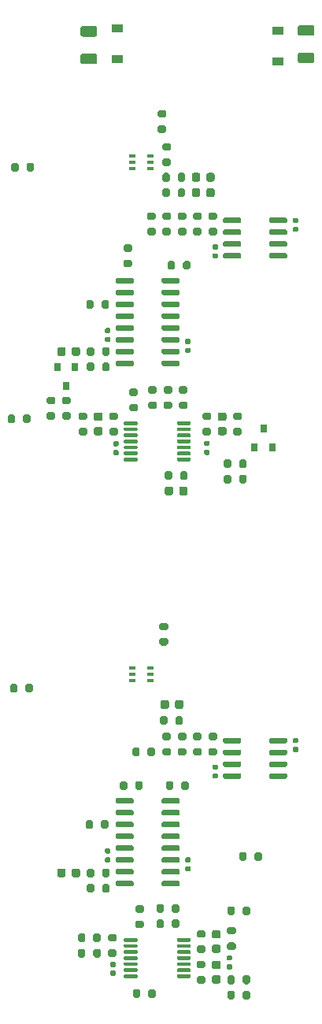
<source format=gbr>
G04 #@! TF.GenerationSoftware,KiCad,Pcbnew,(5.1.10)-1*
G04 #@! TF.CreationDate,2021-12-11T11:34:55-08:00*
G04 #@! TF.ProjectId,paradox,70617261-646f-4782-9e6b-696361645f70,rev?*
G04 #@! TF.SameCoordinates,Original*
G04 #@! TF.FileFunction,Paste,Top*
G04 #@! TF.FilePolarity,Positive*
%FSLAX46Y46*%
G04 Gerber Fmt 4.6, Leading zero omitted, Abs format (unit mm)*
G04 Created by KiCad (PCBNEW (5.1.10)-1) date 2021-12-11 11:34:55*
%MOMM*%
%LPD*%
G01*
G04 APERTURE LIST*
%ADD10R,0.800000X0.900000*%
%ADD11R,0.650000X0.400000*%
%ADD12R,1.200000X0.900000*%
G04 APERTURE END LIST*
G04 #@! TO.C,R58*
G36*
G01*
X-25927500Y7218000D02*
X-25927500Y7768000D01*
G75*
G02*
X-25727500Y7968000I200000J0D01*
G01*
X-25327500Y7968000D01*
G75*
G02*
X-25127500Y7768000I0J-200000D01*
G01*
X-25127500Y7218000D01*
G75*
G02*
X-25327500Y7018000I-200000J0D01*
G01*
X-25727500Y7018000D01*
G75*
G02*
X-25927500Y7218000I0J200000D01*
G01*
G37*
G36*
G01*
X-27577500Y7218000D02*
X-27577500Y7768000D01*
G75*
G02*
X-27377500Y7968000I200000J0D01*
G01*
X-26977500Y7968000D01*
G75*
G02*
X-26777500Y7768000I0J-200000D01*
G01*
X-26777500Y7218000D01*
G75*
G02*
X-26977500Y7018000I-200000J0D01*
G01*
X-27377500Y7018000D01*
G75*
G02*
X-27577500Y7218000I0J200000D01*
G01*
G37*
G04 #@! TD*
G04 #@! TO.C,R57*
G36*
G01*
X-25927500Y8869000D02*
X-25927500Y9419000D01*
G75*
G02*
X-25727500Y9619000I200000J0D01*
G01*
X-25327500Y9619000D01*
G75*
G02*
X-25127500Y9419000I0J-200000D01*
G01*
X-25127500Y8869000D01*
G75*
G02*
X-25327500Y8669000I-200000J0D01*
G01*
X-25727500Y8669000D01*
G75*
G02*
X-25927500Y8869000I0J200000D01*
G01*
G37*
G36*
G01*
X-27577500Y8869000D02*
X-27577500Y9419000D01*
G75*
G02*
X-27377500Y9619000I200000J0D01*
G01*
X-26977500Y9619000D01*
G75*
G02*
X-26777500Y9419000I0J-200000D01*
G01*
X-26777500Y8869000D01*
G75*
G02*
X-26977500Y8669000I-200000J0D01*
G01*
X-27377500Y8669000D01*
G75*
G02*
X-27577500Y8869000I0J200000D01*
G01*
G37*
G04 #@! TD*
G04 #@! TO.C,R56*
G36*
G01*
X-9062000Y12340000D02*
X-9062000Y11790000D01*
G75*
G02*
X-9262000Y11590000I-200000J0D01*
G01*
X-9662000Y11590000D01*
G75*
G02*
X-9862000Y11790000I0J200000D01*
G01*
X-9862000Y12340000D01*
G75*
G02*
X-9662000Y12540000I200000J0D01*
G01*
X-9262000Y12540000D01*
G75*
G02*
X-9062000Y12340000I0J-200000D01*
G01*
G37*
G36*
G01*
X-10712000Y12340000D02*
X-10712000Y11790000D01*
G75*
G02*
X-10912000Y11590000I-200000J0D01*
G01*
X-11312000Y11590000D01*
G75*
G02*
X-11512000Y11790000I0J200000D01*
G01*
X-11512000Y12340000D01*
G75*
G02*
X-11312000Y12540000I200000J0D01*
G01*
X-10912000Y12540000D01*
G75*
G02*
X-10712000Y12340000I0J-200000D01*
G01*
G37*
G04 #@! TD*
G04 #@! TO.C,R49*
G36*
G01*
X-24151000Y7893500D02*
X-23601000Y7893500D01*
G75*
G02*
X-23401000Y7693500I0J-200000D01*
G01*
X-23401000Y7293500D01*
G75*
G02*
X-23601000Y7093500I-200000J0D01*
G01*
X-24151000Y7093500D01*
G75*
G02*
X-24351000Y7293500I0J200000D01*
G01*
X-24351000Y7693500D01*
G75*
G02*
X-24151000Y7893500I200000J0D01*
G01*
G37*
G36*
G01*
X-24151000Y9543500D02*
X-23601000Y9543500D01*
G75*
G02*
X-23401000Y9343500I0J-200000D01*
G01*
X-23401000Y8943500D01*
G75*
G02*
X-23601000Y8743500I-200000J0D01*
G01*
X-24151000Y8743500D01*
G75*
G02*
X-24351000Y8943500I0J200000D01*
G01*
X-24351000Y9343500D01*
G75*
G02*
X-24151000Y9543500I200000J0D01*
G01*
G37*
G04 #@! TD*
G04 #@! TO.C,R48*
G36*
G01*
X-14600600Y9975300D02*
X-14050600Y9975300D01*
G75*
G02*
X-13850600Y9775300I0J-200000D01*
G01*
X-13850600Y9375300D01*
G75*
G02*
X-14050600Y9175300I-200000J0D01*
G01*
X-14600600Y9175300D01*
G75*
G02*
X-14800600Y9375300I0J200000D01*
G01*
X-14800600Y9775300D01*
G75*
G02*
X-14600600Y9975300I200000J0D01*
G01*
G37*
G36*
G01*
X-14600600Y8325300D02*
X-14050600Y8325300D01*
G75*
G02*
X-13850600Y8125300I0J-200000D01*
G01*
X-13850600Y7725300D01*
G75*
G02*
X-14050600Y7525300I-200000J0D01*
G01*
X-14600600Y7525300D01*
G75*
G02*
X-14800600Y7725300I0J200000D01*
G01*
X-14800600Y8125300D01*
G75*
G02*
X-14600600Y8325300I200000J0D01*
G01*
G37*
G04 #@! TD*
G04 #@! TO.C,R46*
G36*
G01*
X-21230000Y11005000D02*
X-20680000Y11005000D01*
G75*
G02*
X-20480000Y10805000I0J-200000D01*
G01*
X-20480000Y10405000D01*
G75*
G02*
X-20680000Y10205000I-200000J0D01*
G01*
X-21230000Y10205000D01*
G75*
G02*
X-21430000Y10405000I0J200000D01*
G01*
X-21430000Y10805000D01*
G75*
G02*
X-21230000Y11005000I200000J0D01*
G01*
G37*
G36*
G01*
X-21230000Y12655000D02*
X-20680000Y12655000D01*
G75*
G02*
X-20480000Y12455000I0J-200000D01*
G01*
X-20480000Y12055000D01*
G75*
G02*
X-20680000Y11855000I-200000J0D01*
G01*
X-21230000Y11855000D01*
G75*
G02*
X-21430000Y12055000I0J200000D01*
G01*
X-21430000Y12455000D01*
G75*
G02*
X-21230000Y12655000I200000J0D01*
G01*
G37*
G04 #@! TD*
G04 #@! TO.C,R45*
G36*
G01*
X-16682000Y12594000D02*
X-16682000Y12044000D01*
G75*
G02*
X-16882000Y11844000I-200000J0D01*
G01*
X-17282000Y11844000D01*
G75*
G02*
X-17482000Y12044000I0J200000D01*
G01*
X-17482000Y12594000D01*
G75*
G02*
X-17282000Y12794000I200000J0D01*
G01*
X-16882000Y12794000D01*
G75*
G02*
X-16682000Y12594000I0J-200000D01*
G01*
G37*
G36*
G01*
X-18332000Y12594000D02*
X-18332000Y12044000D01*
G75*
G02*
X-18532000Y11844000I-200000J0D01*
G01*
X-18932000Y11844000D01*
G75*
G02*
X-19132000Y12044000I0J200000D01*
G01*
X-19132000Y12594000D01*
G75*
G02*
X-18932000Y12794000I200000J0D01*
G01*
X-18532000Y12794000D01*
G75*
G02*
X-18332000Y12594000I0J-200000D01*
G01*
G37*
G04 #@! TD*
G04 #@! TO.C,R43*
G36*
G01*
X-19132000Y10393000D02*
X-19132000Y10943000D01*
G75*
G02*
X-18932000Y11143000I200000J0D01*
G01*
X-18532000Y11143000D01*
G75*
G02*
X-18332000Y10943000I0J-200000D01*
G01*
X-18332000Y10393000D01*
G75*
G02*
X-18532000Y10193000I-200000J0D01*
G01*
X-18932000Y10193000D01*
G75*
G02*
X-19132000Y10393000I0J200000D01*
G01*
G37*
G36*
G01*
X-17482000Y10393000D02*
X-17482000Y10943000D01*
G75*
G02*
X-17282000Y11143000I200000J0D01*
G01*
X-16882000Y11143000D01*
G75*
G02*
X-16682000Y10943000I0J-200000D01*
G01*
X-16682000Y10393000D01*
G75*
G02*
X-16882000Y10193000I-200000J0D01*
G01*
X-17282000Y10193000D01*
G75*
G02*
X-17482000Y10393000I0J200000D01*
G01*
G37*
G04 #@! TD*
G04 #@! TO.C,R41*
G36*
G01*
X-10799400Y7855000D02*
X-11349400Y7855000D01*
G75*
G02*
X-11549400Y8055000I0J200000D01*
G01*
X-11549400Y8455000D01*
G75*
G02*
X-11349400Y8655000I200000J0D01*
G01*
X-10799400Y8655000D01*
G75*
G02*
X-10599400Y8455000I0J-200000D01*
G01*
X-10599400Y8055000D01*
G75*
G02*
X-10799400Y7855000I-200000J0D01*
G01*
G37*
G36*
G01*
X-10799400Y9505000D02*
X-11349400Y9505000D01*
G75*
G02*
X-11549400Y9705000I0J200000D01*
G01*
X-11549400Y10105000D01*
G75*
G02*
X-11349400Y10305000I200000J0D01*
G01*
X-10799400Y10305000D01*
G75*
G02*
X-10599400Y10105000I0J-200000D01*
G01*
X-10599400Y9705000D01*
G75*
G02*
X-10799400Y9505000I-200000J0D01*
G01*
G37*
G04 #@! TD*
G04 #@! TO.C,C17*
G36*
G01*
X-12950000Y9975300D02*
X-12450000Y9975300D01*
G75*
G02*
X-12225000Y9750300I0J-225000D01*
G01*
X-12225000Y9300300D01*
G75*
G02*
X-12450000Y9075300I-225000J0D01*
G01*
X-12950000Y9075300D01*
G75*
G02*
X-13175000Y9300300I0J225000D01*
G01*
X-13175000Y9750300D01*
G75*
G02*
X-12950000Y9975300I225000J0D01*
G01*
G37*
G36*
G01*
X-12950000Y8425300D02*
X-12450000Y8425300D01*
G75*
G02*
X-12225000Y8200300I0J-225000D01*
G01*
X-12225000Y7750300D01*
G75*
G02*
X-12450000Y7525300I-225000J0D01*
G01*
X-12950000Y7525300D01*
G75*
G02*
X-13175000Y7750300I0J225000D01*
G01*
X-13175000Y8200300D01*
G75*
G02*
X-12950000Y8425300I225000J0D01*
G01*
G37*
G04 #@! TD*
G04 #@! TO.C,C25*
G36*
G01*
X-12450000Y5786000D02*
X-12950000Y5786000D01*
G75*
G02*
X-13175000Y6011000I0J225000D01*
G01*
X-13175000Y6461000D01*
G75*
G02*
X-12950000Y6686000I225000J0D01*
G01*
X-12450000Y6686000D01*
G75*
G02*
X-12225000Y6461000I0J-225000D01*
G01*
X-12225000Y6011000D01*
G75*
G02*
X-12450000Y5786000I-225000J0D01*
G01*
G37*
G36*
G01*
X-12450000Y4236000D02*
X-12950000Y4236000D01*
G75*
G02*
X-13175000Y4461000I0J225000D01*
G01*
X-13175000Y4911000D01*
G75*
G02*
X-12950000Y5136000I225000J0D01*
G01*
X-12450000Y5136000D01*
G75*
G02*
X-12225000Y4911000I0J-225000D01*
G01*
X-12225000Y4461000D01*
G75*
G02*
X-12450000Y4236000I-225000J0D01*
G01*
G37*
G04 #@! TD*
G04 #@! TO.C,C24*
G36*
G01*
X-25650000Y64064000D02*
X-25150000Y64064000D01*
G75*
G02*
X-24925000Y63839000I0J-225000D01*
G01*
X-24925000Y63389000D01*
G75*
G02*
X-25150000Y63164000I-225000J0D01*
G01*
X-25650000Y63164000D01*
G75*
G02*
X-25875000Y63389000I0J225000D01*
G01*
X-25875000Y63839000D01*
G75*
G02*
X-25650000Y64064000I225000J0D01*
G01*
G37*
G36*
G01*
X-25650000Y65614000D02*
X-25150000Y65614000D01*
G75*
G02*
X-24925000Y65389000I0J-225000D01*
G01*
X-24925000Y64939000D01*
G75*
G02*
X-25150000Y64714000I-225000J0D01*
G01*
X-25650000Y64714000D01*
G75*
G02*
X-25875000Y64939000I0J225000D01*
G01*
X-25875000Y65389000D01*
G75*
G02*
X-25650000Y65614000I225000J0D01*
G01*
G37*
G04 #@! TD*
G04 #@! TO.C,U6*
G36*
G01*
X-21175000Y5126000D02*
X-21175000Y4926000D01*
G75*
G02*
X-21275000Y4826000I-100000J0D01*
G01*
X-22550000Y4826000D01*
G75*
G02*
X-22650000Y4926000I0J100000D01*
G01*
X-22650000Y5126000D01*
G75*
G02*
X-22550000Y5226000I100000J0D01*
G01*
X-21275000Y5226000D01*
G75*
G02*
X-21175000Y5126000I0J-100000D01*
G01*
G37*
G36*
G01*
X-21175000Y5776000D02*
X-21175000Y5576000D01*
G75*
G02*
X-21275000Y5476000I-100000J0D01*
G01*
X-22550000Y5476000D01*
G75*
G02*
X-22650000Y5576000I0J100000D01*
G01*
X-22650000Y5776000D01*
G75*
G02*
X-22550000Y5876000I100000J0D01*
G01*
X-21275000Y5876000D01*
G75*
G02*
X-21175000Y5776000I0J-100000D01*
G01*
G37*
G36*
G01*
X-21175000Y6426000D02*
X-21175000Y6226000D01*
G75*
G02*
X-21275000Y6126000I-100000J0D01*
G01*
X-22550000Y6126000D01*
G75*
G02*
X-22650000Y6226000I0J100000D01*
G01*
X-22650000Y6426000D01*
G75*
G02*
X-22550000Y6526000I100000J0D01*
G01*
X-21275000Y6526000D01*
G75*
G02*
X-21175000Y6426000I0J-100000D01*
G01*
G37*
G36*
G01*
X-21175000Y7076000D02*
X-21175000Y6876000D01*
G75*
G02*
X-21275000Y6776000I-100000J0D01*
G01*
X-22550000Y6776000D01*
G75*
G02*
X-22650000Y6876000I0J100000D01*
G01*
X-22650000Y7076000D01*
G75*
G02*
X-22550000Y7176000I100000J0D01*
G01*
X-21275000Y7176000D01*
G75*
G02*
X-21175000Y7076000I0J-100000D01*
G01*
G37*
G36*
G01*
X-21175000Y7726000D02*
X-21175000Y7526000D01*
G75*
G02*
X-21275000Y7426000I-100000J0D01*
G01*
X-22550000Y7426000D01*
G75*
G02*
X-22650000Y7526000I0J100000D01*
G01*
X-22650000Y7726000D01*
G75*
G02*
X-22550000Y7826000I100000J0D01*
G01*
X-21275000Y7826000D01*
G75*
G02*
X-21175000Y7726000I0J-100000D01*
G01*
G37*
G36*
G01*
X-21175000Y8376000D02*
X-21175000Y8176000D01*
G75*
G02*
X-21275000Y8076000I-100000J0D01*
G01*
X-22550000Y8076000D01*
G75*
G02*
X-22650000Y8176000I0J100000D01*
G01*
X-22650000Y8376000D01*
G75*
G02*
X-22550000Y8476000I100000J0D01*
G01*
X-21275000Y8476000D01*
G75*
G02*
X-21175000Y8376000I0J-100000D01*
G01*
G37*
G36*
G01*
X-21175000Y9026000D02*
X-21175000Y8826000D01*
G75*
G02*
X-21275000Y8726000I-100000J0D01*
G01*
X-22550000Y8726000D01*
G75*
G02*
X-22650000Y8826000I0J100000D01*
G01*
X-22650000Y9026000D01*
G75*
G02*
X-22550000Y9126000I100000J0D01*
G01*
X-21275000Y9126000D01*
G75*
G02*
X-21175000Y9026000I0J-100000D01*
G01*
G37*
G36*
G01*
X-15450000Y9026000D02*
X-15450000Y8826000D01*
G75*
G02*
X-15550000Y8726000I-100000J0D01*
G01*
X-16825000Y8726000D01*
G75*
G02*
X-16925000Y8826000I0J100000D01*
G01*
X-16925000Y9026000D01*
G75*
G02*
X-16825000Y9126000I100000J0D01*
G01*
X-15550000Y9126000D01*
G75*
G02*
X-15450000Y9026000I0J-100000D01*
G01*
G37*
G36*
G01*
X-15450000Y8376000D02*
X-15450000Y8176000D01*
G75*
G02*
X-15550000Y8076000I-100000J0D01*
G01*
X-16825000Y8076000D01*
G75*
G02*
X-16925000Y8176000I0J100000D01*
G01*
X-16925000Y8376000D01*
G75*
G02*
X-16825000Y8476000I100000J0D01*
G01*
X-15550000Y8476000D01*
G75*
G02*
X-15450000Y8376000I0J-100000D01*
G01*
G37*
G36*
G01*
X-15450000Y7726000D02*
X-15450000Y7526000D01*
G75*
G02*
X-15550000Y7426000I-100000J0D01*
G01*
X-16825000Y7426000D01*
G75*
G02*
X-16925000Y7526000I0J100000D01*
G01*
X-16925000Y7726000D01*
G75*
G02*
X-16825000Y7826000I100000J0D01*
G01*
X-15550000Y7826000D01*
G75*
G02*
X-15450000Y7726000I0J-100000D01*
G01*
G37*
G36*
G01*
X-15450000Y7076000D02*
X-15450000Y6876000D01*
G75*
G02*
X-15550000Y6776000I-100000J0D01*
G01*
X-16825000Y6776000D01*
G75*
G02*
X-16925000Y6876000I0J100000D01*
G01*
X-16925000Y7076000D01*
G75*
G02*
X-16825000Y7176000I100000J0D01*
G01*
X-15550000Y7176000D01*
G75*
G02*
X-15450000Y7076000I0J-100000D01*
G01*
G37*
G36*
G01*
X-15450000Y6426000D02*
X-15450000Y6226000D01*
G75*
G02*
X-15550000Y6126000I-100000J0D01*
G01*
X-16825000Y6126000D01*
G75*
G02*
X-16925000Y6226000I0J100000D01*
G01*
X-16925000Y6426000D01*
G75*
G02*
X-16825000Y6526000I100000J0D01*
G01*
X-15550000Y6526000D01*
G75*
G02*
X-15450000Y6426000I0J-100000D01*
G01*
G37*
G36*
G01*
X-15450000Y5776000D02*
X-15450000Y5576000D01*
G75*
G02*
X-15550000Y5476000I-100000J0D01*
G01*
X-16825000Y5476000D01*
G75*
G02*
X-16925000Y5576000I0J100000D01*
G01*
X-16925000Y5776000D01*
G75*
G02*
X-16825000Y5876000I100000J0D01*
G01*
X-15550000Y5876000D01*
G75*
G02*
X-15450000Y5776000I0J-100000D01*
G01*
G37*
G36*
G01*
X-15450000Y5126000D02*
X-15450000Y4926000D01*
G75*
G02*
X-15550000Y4826000I-100000J0D01*
G01*
X-16825000Y4826000D01*
G75*
G02*
X-16925000Y4926000I0J100000D01*
G01*
X-16925000Y5126000D01*
G75*
G02*
X-16825000Y5226000I100000J0D01*
G01*
X-15550000Y5226000D01*
G75*
G02*
X-15450000Y5126000I0J-100000D01*
G01*
G37*
G04 #@! TD*
G04 #@! TO.C,U5*
G36*
G01*
X-7009000Y30203000D02*
X-7009000Y30503000D01*
G75*
G02*
X-6859000Y30653000I150000J0D01*
G01*
X-5209000Y30653000D01*
G75*
G02*
X-5059000Y30503000I0J-150000D01*
G01*
X-5059000Y30203000D01*
G75*
G02*
X-5209000Y30053000I-150000J0D01*
G01*
X-6859000Y30053000D01*
G75*
G02*
X-7009000Y30203000I0J150000D01*
G01*
G37*
G36*
G01*
X-7009000Y28933000D02*
X-7009000Y29233000D01*
G75*
G02*
X-6859000Y29383000I150000J0D01*
G01*
X-5209000Y29383000D01*
G75*
G02*
X-5059000Y29233000I0J-150000D01*
G01*
X-5059000Y28933000D01*
G75*
G02*
X-5209000Y28783000I-150000J0D01*
G01*
X-6859000Y28783000D01*
G75*
G02*
X-7009000Y28933000I0J150000D01*
G01*
G37*
G36*
G01*
X-7009000Y27663000D02*
X-7009000Y27963000D01*
G75*
G02*
X-6859000Y28113000I150000J0D01*
G01*
X-5209000Y28113000D01*
G75*
G02*
X-5059000Y27963000I0J-150000D01*
G01*
X-5059000Y27663000D01*
G75*
G02*
X-5209000Y27513000I-150000J0D01*
G01*
X-6859000Y27513000D01*
G75*
G02*
X-7009000Y27663000I0J150000D01*
G01*
G37*
G36*
G01*
X-7009000Y26393000D02*
X-7009000Y26693000D01*
G75*
G02*
X-6859000Y26843000I150000J0D01*
G01*
X-5209000Y26843000D01*
G75*
G02*
X-5059000Y26693000I0J-150000D01*
G01*
X-5059000Y26393000D01*
G75*
G02*
X-5209000Y26243000I-150000J0D01*
G01*
X-6859000Y26243000D01*
G75*
G02*
X-7009000Y26393000I0J150000D01*
G01*
G37*
G36*
G01*
X-11959000Y26393000D02*
X-11959000Y26693000D01*
G75*
G02*
X-11809000Y26843000I150000J0D01*
G01*
X-10159000Y26843000D01*
G75*
G02*
X-10009000Y26693000I0J-150000D01*
G01*
X-10009000Y26393000D01*
G75*
G02*
X-10159000Y26243000I-150000J0D01*
G01*
X-11809000Y26243000D01*
G75*
G02*
X-11959000Y26393000I0J150000D01*
G01*
G37*
G36*
G01*
X-11959000Y27663000D02*
X-11959000Y27963000D01*
G75*
G02*
X-11809000Y28113000I150000J0D01*
G01*
X-10159000Y28113000D01*
G75*
G02*
X-10009000Y27963000I0J-150000D01*
G01*
X-10009000Y27663000D01*
G75*
G02*
X-10159000Y27513000I-150000J0D01*
G01*
X-11809000Y27513000D01*
G75*
G02*
X-11959000Y27663000I0J150000D01*
G01*
G37*
G36*
G01*
X-11959000Y28933000D02*
X-11959000Y29233000D01*
G75*
G02*
X-11809000Y29383000I150000J0D01*
G01*
X-10159000Y29383000D01*
G75*
G02*
X-10009000Y29233000I0J-150000D01*
G01*
X-10009000Y28933000D01*
G75*
G02*
X-10159000Y28783000I-150000J0D01*
G01*
X-11809000Y28783000D01*
G75*
G02*
X-11959000Y28933000I0J150000D01*
G01*
G37*
G36*
G01*
X-11959000Y30203000D02*
X-11959000Y30503000D01*
G75*
G02*
X-11809000Y30653000I150000J0D01*
G01*
X-10159000Y30653000D01*
G75*
G02*
X-10009000Y30503000I0J-150000D01*
G01*
X-10009000Y30203000D01*
G75*
G02*
X-10159000Y30053000I-150000J0D01*
G01*
X-11809000Y30053000D01*
G75*
G02*
X-11959000Y30203000I0J150000D01*
G01*
G37*
G04 #@! TD*
G04 #@! TO.C,C22*
G36*
G01*
X-12997000Y26823000D02*
X-12657000Y26823000D01*
G75*
G02*
X-12517000Y26683000I0J-140000D01*
G01*
X-12517000Y26403000D01*
G75*
G02*
X-12657000Y26263000I-140000J0D01*
G01*
X-12997000Y26263000D01*
G75*
G02*
X-13137000Y26403000I0J140000D01*
G01*
X-13137000Y26683000D01*
G75*
G02*
X-12997000Y26823000I140000J0D01*
G01*
G37*
G36*
G01*
X-12997000Y27783000D02*
X-12657000Y27783000D01*
G75*
G02*
X-12517000Y27643000I0J-140000D01*
G01*
X-12517000Y27363000D01*
G75*
G02*
X-12657000Y27223000I-140000J0D01*
G01*
X-12997000Y27223000D01*
G75*
G02*
X-13137000Y27363000I0J140000D01*
G01*
X-13137000Y27643000D01*
G75*
G02*
X-12997000Y27783000I140000J0D01*
G01*
G37*
G04 #@! TD*
G04 #@! TO.C,C21*
G36*
G01*
X-4361000Y29673000D02*
X-4021000Y29673000D01*
G75*
G02*
X-3881000Y29533000I0J-140000D01*
G01*
X-3881000Y29253000D01*
G75*
G02*
X-4021000Y29113000I-140000J0D01*
G01*
X-4361000Y29113000D01*
G75*
G02*
X-4501000Y29253000I0J140000D01*
G01*
X-4501000Y29533000D01*
G75*
G02*
X-4361000Y29673000I140000J0D01*
G01*
G37*
G36*
G01*
X-4361000Y30633000D02*
X-4021000Y30633000D01*
G75*
G02*
X-3881000Y30493000I0J-140000D01*
G01*
X-3881000Y30213000D01*
G75*
G02*
X-4021000Y30073000I-140000J0D01*
G01*
X-4361000Y30073000D01*
G75*
G02*
X-4501000Y30213000I0J140000D01*
G01*
X-4501000Y30493000D01*
G75*
G02*
X-4361000Y30633000I140000J0D01*
G01*
G37*
G04 #@! TD*
G04 #@! TO.C,R55*
G36*
G01*
X-33484000Y64652000D02*
X-33484000Y65202000D01*
G75*
G02*
X-33284000Y65402000I200000J0D01*
G01*
X-32884000Y65402000D01*
G75*
G02*
X-32684000Y65202000I0J-200000D01*
G01*
X-32684000Y64652000D01*
G75*
G02*
X-32884000Y64452000I-200000J0D01*
G01*
X-33284000Y64452000D01*
G75*
G02*
X-33484000Y64652000I0J200000D01*
G01*
G37*
G36*
G01*
X-35134000Y64652000D02*
X-35134000Y65202000D01*
G75*
G02*
X-34934000Y65402000I200000J0D01*
G01*
X-34534000Y65402000D01*
G75*
G02*
X-34334000Y65202000I0J-200000D01*
G01*
X-34334000Y64652000D01*
G75*
G02*
X-34534000Y64452000I-200000J0D01*
G01*
X-34934000Y64452000D01*
G75*
G02*
X-35134000Y64652000I0J200000D01*
G01*
G37*
G04 #@! TD*
G04 #@! TO.C,R38*
G36*
G01*
X-20022000Y2900000D02*
X-20022000Y3450000D01*
G75*
G02*
X-19822000Y3650000I200000J0D01*
G01*
X-19422000Y3650000D01*
G75*
G02*
X-19222000Y3450000I0J-200000D01*
G01*
X-19222000Y2900000D01*
G75*
G02*
X-19422000Y2700000I-200000J0D01*
G01*
X-19822000Y2700000D01*
G75*
G02*
X-20022000Y2900000I0J200000D01*
G01*
G37*
G36*
G01*
X-21672000Y2900000D02*
X-21672000Y3450000D01*
G75*
G02*
X-21472000Y3650000I200000J0D01*
G01*
X-21072000Y3650000D01*
G75*
G02*
X-20872000Y3450000I0J-200000D01*
G01*
X-20872000Y2900000D01*
G75*
G02*
X-21072000Y2700000I-200000J0D01*
G01*
X-21472000Y2700000D01*
G75*
G02*
X-21672000Y2900000I0J200000D01*
G01*
G37*
G04 #@! TD*
G04 #@! TO.C,R16*
G36*
G01*
X-21865000Y66534000D02*
X-21315000Y66534000D01*
G75*
G02*
X-21115000Y66334000I0J-200000D01*
G01*
X-21115000Y65934000D01*
G75*
G02*
X-21315000Y65734000I-200000J0D01*
G01*
X-21865000Y65734000D01*
G75*
G02*
X-22065000Y65934000I0J200000D01*
G01*
X-22065000Y66334000D01*
G75*
G02*
X-21865000Y66534000I200000J0D01*
G01*
G37*
G36*
G01*
X-21865000Y68184000D02*
X-21315000Y68184000D01*
G75*
G02*
X-21115000Y67984000I0J-200000D01*
G01*
X-21115000Y67584000D01*
G75*
G02*
X-21315000Y67384000I-200000J0D01*
G01*
X-21865000Y67384000D01*
G75*
G02*
X-22065000Y67584000I0J200000D01*
G01*
X-22065000Y67984000D01*
G75*
G02*
X-21865000Y68184000I200000J0D01*
G01*
G37*
G04 #@! TD*
G04 #@! TO.C,C20*
G36*
G01*
X-12997000Y82733000D02*
X-12657000Y82733000D01*
G75*
G02*
X-12517000Y82593000I0J-140000D01*
G01*
X-12517000Y82313000D01*
G75*
G02*
X-12657000Y82173000I-140000J0D01*
G01*
X-12997000Y82173000D01*
G75*
G02*
X-13137000Y82313000I0J140000D01*
G01*
X-13137000Y82593000D01*
G75*
G02*
X-12997000Y82733000I140000J0D01*
G01*
G37*
G36*
G01*
X-12997000Y83693000D02*
X-12657000Y83693000D01*
G75*
G02*
X-12517000Y83553000I0J-140000D01*
G01*
X-12517000Y83273000D01*
G75*
G02*
X-12657000Y83133000I-140000J0D01*
G01*
X-12997000Y83133000D01*
G75*
G02*
X-13137000Y83273000I0J140000D01*
G01*
X-13137000Y83553000D01*
G75*
G02*
X-12997000Y83693000I140000J0D01*
G01*
G37*
G04 #@! TD*
G04 #@! TO.C,C19*
G36*
G01*
X-4361000Y85583000D02*
X-4021000Y85583000D01*
G75*
G02*
X-3881000Y85443000I0J-140000D01*
G01*
X-3881000Y85163000D01*
G75*
G02*
X-4021000Y85023000I-140000J0D01*
G01*
X-4361000Y85023000D01*
G75*
G02*
X-4501000Y85163000I0J140000D01*
G01*
X-4501000Y85443000D01*
G75*
G02*
X-4361000Y85583000I140000J0D01*
G01*
G37*
G36*
G01*
X-4361000Y86543000D02*
X-4021000Y86543000D01*
G75*
G02*
X-3881000Y86403000I0J-140000D01*
G01*
X-3881000Y86123000D01*
G75*
G02*
X-4021000Y85983000I-140000J0D01*
G01*
X-4361000Y85983000D01*
G75*
G02*
X-4501000Y86123000I0J140000D01*
G01*
X-4501000Y86403000D01*
G75*
G02*
X-4361000Y86543000I140000J0D01*
G01*
G37*
G04 #@! TD*
G04 #@! TO.C,U1*
G36*
G01*
X-7009000Y86113000D02*
X-7009000Y86413000D01*
G75*
G02*
X-6859000Y86563000I150000J0D01*
G01*
X-5209000Y86563000D01*
G75*
G02*
X-5059000Y86413000I0J-150000D01*
G01*
X-5059000Y86113000D01*
G75*
G02*
X-5209000Y85963000I-150000J0D01*
G01*
X-6859000Y85963000D01*
G75*
G02*
X-7009000Y86113000I0J150000D01*
G01*
G37*
G36*
G01*
X-7009000Y84843000D02*
X-7009000Y85143000D01*
G75*
G02*
X-6859000Y85293000I150000J0D01*
G01*
X-5209000Y85293000D01*
G75*
G02*
X-5059000Y85143000I0J-150000D01*
G01*
X-5059000Y84843000D01*
G75*
G02*
X-5209000Y84693000I-150000J0D01*
G01*
X-6859000Y84693000D01*
G75*
G02*
X-7009000Y84843000I0J150000D01*
G01*
G37*
G36*
G01*
X-7009000Y83573000D02*
X-7009000Y83873000D01*
G75*
G02*
X-6859000Y84023000I150000J0D01*
G01*
X-5209000Y84023000D01*
G75*
G02*
X-5059000Y83873000I0J-150000D01*
G01*
X-5059000Y83573000D01*
G75*
G02*
X-5209000Y83423000I-150000J0D01*
G01*
X-6859000Y83423000D01*
G75*
G02*
X-7009000Y83573000I0J150000D01*
G01*
G37*
G36*
G01*
X-7009000Y82303000D02*
X-7009000Y82603000D01*
G75*
G02*
X-6859000Y82753000I150000J0D01*
G01*
X-5209000Y82753000D01*
G75*
G02*
X-5059000Y82603000I0J-150000D01*
G01*
X-5059000Y82303000D01*
G75*
G02*
X-5209000Y82153000I-150000J0D01*
G01*
X-6859000Y82153000D01*
G75*
G02*
X-7009000Y82303000I0J150000D01*
G01*
G37*
G36*
G01*
X-11959000Y82303000D02*
X-11959000Y82603000D01*
G75*
G02*
X-11809000Y82753000I150000J0D01*
G01*
X-10159000Y82753000D01*
G75*
G02*
X-10009000Y82603000I0J-150000D01*
G01*
X-10009000Y82303000D01*
G75*
G02*
X-10159000Y82153000I-150000J0D01*
G01*
X-11809000Y82153000D01*
G75*
G02*
X-11959000Y82303000I0J150000D01*
G01*
G37*
G36*
G01*
X-11959000Y83573000D02*
X-11959000Y83873000D01*
G75*
G02*
X-11809000Y84023000I150000J0D01*
G01*
X-10159000Y84023000D01*
G75*
G02*
X-10009000Y83873000I0J-150000D01*
G01*
X-10009000Y83573000D01*
G75*
G02*
X-10159000Y83423000I-150000J0D01*
G01*
X-11809000Y83423000D01*
G75*
G02*
X-11959000Y83573000I0J150000D01*
G01*
G37*
G36*
G01*
X-11959000Y84843000D02*
X-11959000Y85143000D01*
G75*
G02*
X-11809000Y85293000I150000J0D01*
G01*
X-10159000Y85293000D01*
G75*
G02*
X-10009000Y85143000I0J-150000D01*
G01*
X-10009000Y84843000D01*
G75*
G02*
X-10159000Y84693000I-150000J0D01*
G01*
X-11809000Y84693000D01*
G75*
G02*
X-11959000Y84843000I0J150000D01*
G01*
G37*
G36*
G01*
X-11959000Y86113000D02*
X-11959000Y86413000D01*
G75*
G02*
X-11809000Y86563000I150000J0D01*
G01*
X-10159000Y86563000D01*
G75*
G02*
X-10009000Y86413000I0J-150000D01*
G01*
X-10009000Y86113000D01*
G75*
G02*
X-10159000Y85963000I-150000J0D01*
G01*
X-11809000Y85963000D01*
G75*
G02*
X-11959000Y86113000I0J150000D01*
G01*
G37*
G04 #@! TD*
G04 #@! TO.C,R31*
G36*
G01*
X-25825000Y72441000D02*
X-25825000Y71891000D01*
G75*
G02*
X-26025000Y71691000I-200000J0D01*
G01*
X-26425000Y71691000D01*
G75*
G02*
X-26625000Y71891000I0J200000D01*
G01*
X-26625000Y72441000D01*
G75*
G02*
X-26425000Y72641000I200000J0D01*
G01*
X-26025000Y72641000D01*
G75*
G02*
X-25825000Y72441000I0J-200000D01*
G01*
G37*
G36*
G01*
X-24175000Y72441000D02*
X-24175000Y71891000D01*
G75*
G02*
X-24375000Y71691000I-200000J0D01*
G01*
X-24775000Y71691000D01*
G75*
G02*
X-24975000Y71891000I0J200000D01*
G01*
X-24975000Y72441000D01*
G75*
G02*
X-24775000Y72641000I200000J0D01*
G01*
X-24375000Y72641000D01*
G75*
G02*
X-24175000Y72441000I0J-200000D01*
G01*
G37*
G04 #@! TD*
G04 #@! TO.C,C10*
G36*
G01*
X-23642500Y6006500D02*
X-23982500Y6006500D01*
G75*
G02*
X-24122500Y6146500I0J140000D01*
G01*
X-24122500Y6426500D01*
G75*
G02*
X-23982500Y6566500I140000J0D01*
G01*
X-23642500Y6566500D01*
G75*
G02*
X-23502500Y6426500I0J-140000D01*
G01*
X-23502500Y6146500D01*
G75*
G02*
X-23642500Y6006500I-140000J0D01*
G01*
G37*
G36*
G01*
X-23642500Y5046500D02*
X-23982500Y5046500D01*
G75*
G02*
X-24122500Y5186500I0J140000D01*
G01*
X-24122500Y5466500D01*
G75*
G02*
X-23982500Y5606500I140000J0D01*
G01*
X-23642500Y5606500D01*
G75*
G02*
X-23502500Y5466500I0J-140000D01*
G01*
X-23502500Y5186500D01*
G75*
G02*
X-23642500Y5046500I-140000J0D01*
G01*
G37*
G04 #@! TD*
G04 #@! TO.C,C9*
G36*
G01*
X-15918000Y16846000D02*
X-15578000Y16846000D01*
G75*
G02*
X-15438000Y16706000I0J-140000D01*
G01*
X-15438000Y16426000D01*
G75*
G02*
X-15578000Y16286000I-140000J0D01*
G01*
X-15918000Y16286000D01*
G75*
G02*
X-16058000Y16426000I0J140000D01*
G01*
X-16058000Y16706000D01*
G75*
G02*
X-15918000Y16846000I140000J0D01*
G01*
G37*
G36*
G01*
X-15918000Y17806000D02*
X-15578000Y17806000D01*
G75*
G02*
X-15438000Y17666000I0J-140000D01*
G01*
X-15438000Y17386000D01*
G75*
G02*
X-15578000Y17246000I-140000J0D01*
G01*
X-15918000Y17246000D01*
G75*
G02*
X-16058000Y17386000I0J140000D01*
G01*
X-16058000Y17666000D01*
G75*
G02*
X-15918000Y17806000I140000J0D01*
G01*
G37*
G04 #@! TD*
G04 #@! TO.C,C8*
G36*
G01*
X-24554000Y17806000D02*
X-24214000Y17806000D01*
G75*
G02*
X-24074000Y17666000I0J-140000D01*
G01*
X-24074000Y17386000D01*
G75*
G02*
X-24214000Y17246000I-140000J0D01*
G01*
X-24554000Y17246000D01*
G75*
G02*
X-24694000Y17386000I0J140000D01*
G01*
X-24694000Y17666000D01*
G75*
G02*
X-24554000Y17806000I140000J0D01*
G01*
G37*
G36*
G01*
X-24554000Y18766000D02*
X-24214000Y18766000D01*
G75*
G02*
X-24074000Y18626000I0J-140000D01*
G01*
X-24074000Y18346000D01*
G75*
G02*
X-24214000Y18206000I-140000J0D01*
G01*
X-24554000Y18206000D01*
G75*
G02*
X-24694000Y18346000I0J140000D01*
G01*
X-24694000Y18626000D01*
G75*
G02*
X-24554000Y18766000I140000J0D01*
G01*
G37*
G04 #@! TD*
G04 #@! TO.C,C7*
G36*
G01*
X-11473000Y6305000D02*
X-11133000Y6305000D01*
G75*
G02*
X-10993000Y6165000I0J-140000D01*
G01*
X-10993000Y5885000D01*
G75*
G02*
X-11133000Y5745000I-140000J0D01*
G01*
X-11473000Y5745000D01*
G75*
G02*
X-11613000Y5885000I0J140000D01*
G01*
X-11613000Y6165000D01*
G75*
G02*
X-11473000Y6305000I140000J0D01*
G01*
G37*
G36*
G01*
X-11473000Y7265000D02*
X-11133000Y7265000D01*
G75*
G02*
X-10993000Y7125000I0J-140000D01*
G01*
X-10993000Y6845000D01*
G75*
G02*
X-11133000Y6705000I-140000J0D01*
G01*
X-11473000Y6705000D01*
G75*
G02*
X-11613000Y6845000I0J140000D01*
G01*
X-11613000Y7125000D01*
G75*
G02*
X-11473000Y7265000I140000J0D01*
G01*
G37*
G04 #@! TD*
G04 #@! TO.C,C6*
G36*
G01*
X-24554000Y73744000D02*
X-24214000Y73744000D01*
G75*
G02*
X-24074000Y73604000I0J-140000D01*
G01*
X-24074000Y73324000D01*
G75*
G02*
X-24214000Y73184000I-140000J0D01*
G01*
X-24554000Y73184000D01*
G75*
G02*
X-24694000Y73324000I0J140000D01*
G01*
X-24694000Y73604000D01*
G75*
G02*
X-24554000Y73744000I140000J0D01*
G01*
G37*
G36*
G01*
X-24554000Y74704000D02*
X-24214000Y74704000D01*
G75*
G02*
X-24074000Y74564000I0J-140000D01*
G01*
X-24074000Y74284000D01*
G75*
G02*
X-24214000Y74144000I-140000J0D01*
G01*
X-24554000Y74144000D01*
G75*
G02*
X-24694000Y74284000I0J140000D01*
G01*
X-24694000Y74564000D01*
G75*
G02*
X-24554000Y74704000I140000J0D01*
G01*
G37*
G04 #@! TD*
G04 #@! TO.C,C5*
G36*
G01*
X-15918000Y72571000D02*
X-15578000Y72571000D01*
G75*
G02*
X-15438000Y72431000I0J-140000D01*
G01*
X-15438000Y72151000D01*
G75*
G02*
X-15578000Y72011000I-140000J0D01*
G01*
X-15918000Y72011000D01*
G75*
G02*
X-16058000Y72151000I0J140000D01*
G01*
X-16058000Y72431000D01*
G75*
G02*
X-15918000Y72571000I140000J0D01*
G01*
G37*
G36*
G01*
X-15918000Y73531000D02*
X-15578000Y73531000D01*
G75*
G02*
X-15438000Y73391000I0J-140000D01*
G01*
X-15438000Y73111000D01*
G75*
G02*
X-15578000Y72971000I-140000J0D01*
G01*
X-15918000Y72971000D01*
G75*
G02*
X-16058000Y73111000I0J140000D01*
G01*
X-16058000Y73391000D01*
G75*
G02*
X-15918000Y73531000I140000J0D01*
G01*
G37*
G04 #@! TD*
G04 #@! TO.C,C4*
G36*
G01*
X-23325000Y61980000D02*
X-23665000Y61980000D01*
G75*
G02*
X-23805000Y62120000I0J140000D01*
G01*
X-23805000Y62400000D01*
G75*
G02*
X-23665000Y62540000I140000J0D01*
G01*
X-23325000Y62540000D01*
G75*
G02*
X-23185000Y62400000I0J-140000D01*
G01*
X-23185000Y62120000D01*
G75*
G02*
X-23325000Y61980000I-140000J0D01*
G01*
G37*
G36*
G01*
X-23325000Y61020000D02*
X-23665000Y61020000D01*
G75*
G02*
X-23805000Y61160000I0J140000D01*
G01*
X-23805000Y61440000D01*
G75*
G02*
X-23665000Y61580000I140000J0D01*
G01*
X-23325000Y61580000D01*
G75*
G02*
X-23185000Y61440000I0J-140000D01*
G01*
X-23185000Y61160000D01*
G75*
G02*
X-23325000Y61020000I-140000J0D01*
G01*
G37*
G04 #@! TD*
G04 #@! TO.C,C3*
G36*
G01*
X-13886000Y61613500D02*
X-13546000Y61613500D01*
G75*
G02*
X-13406000Y61473500I0J-140000D01*
G01*
X-13406000Y61193500D01*
G75*
G02*
X-13546000Y61053500I-140000J0D01*
G01*
X-13886000Y61053500D01*
G75*
G02*
X-14026000Y61193500I0J140000D01*
G01*
X-14026000Y61473500D01*
G75*
G02*
X-13886000Y61613500I140000J0D01*
G01*
G37*
G36*
G01*
X-13886000Y62573500D02*
X-13546000Y62573500D01*
G75*
G02*
X-13406000Y62433500I0J-140000D01*
G01*
X-13406000Y62153500D01*
G75*
G02*
X-13546000Y62013500I-140000J0D01*
G01*
X-13886000Y62013500D01*
G75*
G02*
X-14026000Y62153500I0J140000D01*
G01*
X-14026000Y62433500D01*
G75*
G02*
X-13886000Y62573500I140000J0D01*
G01*
G37*
G04 #@! TD*
G04 #@! TO.C,U3*
G36*
G01*
X-21175000Y60664000D02*
X-21175000Y60464000D01*
G75*
G02*
X-21275000Y60364000I-100000J0D01*
G01*
X-22550000Y60364000D01*
G75*
G02*
X-22650000Y60464000I0J100000D01*
G01*
X-22650000Y60664000D01*
G75*
G02*
X-22550000Y60764000I100000J0D01*
G01*
X-21275000Y60764000D01*
G75*
G02*
X-21175000Y60664000I0J-100000D01*
G01*
G37*
G36*
G01*
X-21175000Y61314000D02*
X-21175000Y61114000D01*
G75*
G02*
X-21275000Y61014000I-100000J0D01*
G01*
X-22550000Y61014000D01*
G75*
G02*
X-22650000Y61114000I0J100000D01*
G01*
X-22650000Y61314000D01*
G75*
G02*
X-22550000Y61414000I100000J0D01*
G01*
X-21275000Y61414000D01*
G75*
G02*
X-21175000Y61314000I0J-100000D01*
G01*
G37*
G36*
G01*
X-21175000Y61964000D02*
X-21175000Y61764000D01*
G75*
G02*
X-21275000Y61664000I-100000J0D01*
G01*
X-22550000Y61664000D01*
G75*
G02*
X-22650000Y61764000I0J100000D01*
G01*
X-22650000Y61964000D01*
G75*
G02*
X-22550000Y62064000I100000J0D01*
G01*
X-21275000Y62064000D01*
G75*
G02*
X-21175000Y61964000I0J-100000D01*
G01*
G37*
G36*
G01*
X-21175000Y62614000D02*
X-21175000Y62414000D01*
G75*
G02*
X-21275000Y62314000I-100000J0D01*
G01*
X-22550000Y62314000D01*
G75*
G02*
X-22650000Y62414000I0J100000D01*
G01*
X-22650000Y62614000D01*
G75*
G02*
X-22550000Y62714000I100000J0D01*
G01*
X-21275000Y62714000D01*
G75*
G02*
X-21175000Y62614000I0J-100000D01*
G01*
G37*
G36*
G01*
X-21175000Y63264000D02*
X-21175000Y63064000D01*
G75*
G02*
X-21275000Y62964000I-100000J0D01*
G01*
X-22550000Y62964000D01*
G75*
G02*
X-22650000Y63064000I0J100000D01*
G01*
X-22650000Y63264000D01*
G75*
G02*
X-22550000Y63364000I100000J0D01*
G01*
X-21275000Y63364000D01*
G75*
G02*
X-21175000Y63264000I0J-100000D01*
G01*
G37*
G36*
G01*
X-21175000Y63914000D02*
X-21175000Y63714000D01*
G75*
G02*
X-21275000Y63614000I-100000J0D01*
G01*
X-22550000Y63614000D01*
G75*
G02*
X-22650000Y63714000I0J100000D01*
G01*
X-22650000Y63914000D01*
G75*
G02*
X-22550000Y64014000I100000J0D01*
G01*
X-21275000Y64014000D01*
G75*
G02*
X-21175000Y63914000I0J-100000D01*
G01*
G37*
G36*
G01*
X-21175000Y64564000D02*
X-21175000Y64364000D01*
G75*
G02*
X-21275000Y64264000I-100000J0D01*
G01*
X-22550000Y64264000D01*
G75*
G02*
X-22650000Y64364000I0J100000D01*
G01*
X-22650000Y64564000D01*
G75*
G02*
X-22550000Y64664000I100000J0D01*
G01*
X-21275000Y64664000D01*
G75*
G02*
X-21175000Y64564000I0J-100000D01*
G01*
G37*
G36*
G01*
X-15450000Y64564000D02*
X-15450000Y64364000D01*
G75*
G02*
X-15550000Y64264000I-100000J0D01*
G01*
X-16825000Y64264000D01*
G75*
G02*
X-16925000Y64364000I0J100000D01*
G01*
X-16925000Y64564000D01*
G75*
G02*
X-16825000Y64664000I100000J0D01*
G01*
X-15550000Y64664000D01*
G75*
G02*
X-15450000Y64564000I0J-100000D01*
G01*
G37*
G36*
G01*
X-15450000Y63914000D02*
X-15450000Y63714000D01*
G75*
G02*
X-15550000Y63614000I-100000J0D01*
G01*
X-16825000Y63614000D01*
G75*
G02*
X-16925000Y63714000I0J100000D01*
G01*
X-16925000Y63914000D01*
G75*
G02*
X-16825000Y64014000I100000J0D01*
G01*
X-15550000Y64014000D01*
G75*
G02*
X-15450000Y63914000I0J-100000D01*
G01*
G37*
G36*
G01*
X-15450000Y63264000D02*
X-15450000Y63064000D01*
G75*
G02*
X-15550000Y62964000I-100000J0D01*
G01*
X-16825000Y62964000D01*
G75*
G02*
X-16925000Y63064000I0J100000D01*
G01*
X-16925000Y63264000D01*
G75*
G02*
X-16825000Y63364000I100000J0D01*
G01*
X-15550000Y63364000D01*
G75*
G02*
X-15450000Y63264000I0J-100000D01*
G01*
G37*
G36*
G01*
X-15450000Y62614000D02*
X-15450000Y62414000D01*
G75*
G02*
X-15550000Y62314000I-100000J0D01*
G01*
X-16825000Y62314000D01*
G75*
G02*
X-16925000Y62414000I0J100000D01*
G01*
X-16925000Y62614000D01*
G75*
G02*
X-16825000Y62714000I100000J0D01*
G01*
X-15550000Y62714000D01*
G75*
G02*
X-15450000Y62614000I0J-100000D01*
G01*
G37*
G36*
G01*
X-15450000Y61964000D02*
X-15450000Y61764000D01*
G75*
G02*
X-15550000Y61664000I-100000J0D01*
G01*
X-16825000Y61664000D01*
G75*
G02*
X-16925000Y61764000I0J100000D01*
G01*
X-16925000Y61964000D01*
G75*
G02*
X-16825000Y62064000I100000J0D01*
G01*
X-15550000Y62064000D01*
G75*
G02*
X-15450000Y61964000I0J-100000D01*
G01*
G37*
G36*
G01*
X-15450000Y61314000D02*
X-15450000Y61114000D01*
G75*
G02*
X-15550000Y61014000I-100000J0D01*
G01*
X-16825000Y61014000D01*
G75*
G02*
X-16925000Y61114000I0J100000D01*
G01*
X-16925000Y61314000D01*
G75*
G02*
X-16825000Y61414000I100000J0D01*
G01*
X-15550000Y61414000D01*
G75*
G02*
X-15450000Y61314000I0J-100000D01*
G01*
G37*
G36*
G01*
X-15450000Y60664000D02*
X-15450000Y60464000D01*
G75*
G02*
X-15550000Y60364000I-100000J0D01*
G01*
X-16825000Y60364000D01*
G75*
G02*
X-16925000Y60464000I0J100000D01*
G01*
X-16925000Y60664000D01*
G75*
G02*
X-16825000Y60764000I100000J0D01*
G01*
X-15550000Y60764000D01*
G75*
G02*
X-15450000Y60664000I0J-100000D01*
G01*
G37*
G04 #@! TD*
G04 #@! TO.C,C2*
G36*
G01*
X-27066001Y104207000D02*
X-25765999Y104207000D01*
G75*
G02*
X-25516000Y103957001I0J-249999D01*
G01*
X-25516000Y103306999D01*
G75*
G02*
X-25765999Y103057000I-249999J0D01*
G01*
X-27066001Y103057000D01*
G75*
G02*
X-27316000Y103306999I0J249999D01*
G01*
X-27316000Y103957001D01*
G75*
G02*
X-27066001Y104207000I249999J0D01*
G01*
G37*
G36*
G01*
X-27066001Y107157000D02*
X-25765999Y107157000D01*
G75*
G02*
X-25516000Y106907001I0J-249999D01*
G01*
X-25516000Y106256999D01*
G75*
G02*
X-25765999Y106007000I-249999J0D01*
G01*
X-27066001Y106007000D01*
G75*
G02*
X-27316000Y106256999I0J249999D01*
G01*
X-27316000Y106907001D01*
G75*
G02*
X-27066001Y107157000I249999J0D01*
G01*
G37*
G04 #@! TD*
G04 #@! TO.C,C1*
G36*
G01*
X-3698001Y104305000D02*
X-2397999Y104305000D01*
G75*
G02*
X-2148000Y104055001I0J-249999D01*
G01*
X-2148000Y103404999D01*
G75*
G02*
X-2397999Y103155000I-249999J0D01*
G01*
X-3698001Y103155000D01*
G75*
G02*
X-3948000Y103404999I0J249999D01*
G01*
X-3948000Y104055001D01*
G75*
G02*
X-3698001Y104305000I249999J0D01*
G01*
G37*
G36*
G01*
X-3698001Y107255000D02*
X-2397999Y107255000D01*
G75*
G02*
X-2148000Y107005001I0J-249999D01*
G01*
X-2148000Y106354999D01*
G75*
G02*
X-2397999Y106105000I-249999J0D01*
G01*
X-3698001Y106105000D01*
G75*
G02*
X-3948000Y106354999I0J249999D01*
G01*
X-3948000Y107005001D01*
G75*
G02*
X-3698001Y107255000I249999J0D01*
G01*
G37*
G04 #@! TD*
G04 #@! TO.C,U4*
G36*
G01*
X-18566000Y23717000D02*
X-18566000Y24017000D01*
G75*
G02*
X-18416000Y24167000I150000J0D01*
G01*
X-16766000Y24167000D01*
G75*
G02*
X-16616000Y24017000I0J-150000D01*
G01*
X-16616000Y23717000D01*
G75*
G02*
X-16766000Y23567000I-150000J0D01*
G01*
X-18416000Y23567000D01*
G75*
G02*
X-18566000Y23717000I0J150000D01*
G01*
G37*
G36*
G01*
X-18566000Y22447000D02*
X-18566000Y22747000D01*
G75*
G02*
X-18416000Y22897000I150000J0D01*
G01*
X-16766000Y22897000D01*
G75*
G02*
X-16616000Y22747000I0J-150000D01*
G01*
X-16616000Y22447000D01*
G75*
G02*
X-16766000Y22297000I-150000J0D01*
G01*
X-18416000Y22297000D01*
G75*
G02*
X-18566000Y22447000I0J150000D01*
G01*
G37*
G36*
G01*
X-18566000Y21177000D02*
X-18566000Y21477000D01*
G75*
G02*
X-18416000Y21627000I150000J0D01*
G01*
X-16766000Y21627000D01*
G75*
G02*
X-16616000Y21477000I0J-150000D01*
G01*
X-16616000Y21177000D01*
G75*
G02*
X-16766000Y21027000I-150000J0D01*
G01*
X-18416000Y21027000D01*
G75*
G02*
X-18566000Y21177000I0J150000D01*
G01*
G37*
G36*
G01*
X-18566000Y19907000D02*
X-18566000Y20207000D01*
G75*
G02*
X-18416000Y20357000I150000J0D01*
G01*
X-16766000Y20357000D01*
G75*
G02*
X-16616000Y20207000I0J-150000D01*
G01*
X-16616000Y19907000D01*
G75*
G02*
X-16766000Y19757000I-150000J0D01*
G01*
X-18416000Y19757000D01*
G75*
G02*
X-18566000Y19907000I0J150000D01*
G01*
G37*
G36*
G01*
X-18566000Y18637000D02*
X-18566000Y18937000D01*
G75*
G02*
X-18416000Y19087000I150000J0D01*
G01*
X-16766000Y19087000D01*
G75*
G02*
X-16616000Y18937000I0J-150000D01*
G01*
X-16616000Y18637000D01*
G75*
G02*
X-16766000Y18487000I-150000J0D01*
G01*
X-18416000Y18487000D01*
G75*
G02*
X-18566000Y18637000I0J150000D01*
G01*
G37*
G36*
G01*
X-18566000Y17367000D02*
X-18566000Y17667000D01*
G75*
G02*
X-18416000Y17817000I150000J0D01*
G01*
X-16766000Y17817000D01*
G75*
G02*
X-16616000Y17667000I0J-150000D01*
G01*
X-16616000Y17367000D01*
G75*
G02*
X-16766000Y17217000I-150000J0D01*
G01*
X-18416000Y17217000D01*
G75*
G02*
X-18566000Y17367000I0J150000D01*
G01*
G37*
G36*
G01*
X-18566000Y16097000D02*
X-18566000Y16397000D01*
G75*
G02*
X-18416000Y16547000I150000J0D01*
G01*
X-16766000Y16547000D01*
G75*
G02*
X-16616000Y16397000I0J-150000D01*
G01*
X-16616000Y16097000D01*
G75*
G02*
X-16766000Y15947000I-150000J0D01*
G01*
X-18416000Y15947000D01*
G75*
G02*
X-18566000Y16097000I0J150000D01*
G01*
G37*
G36*
G01*
X-18566000Y14827000D02*
X-18566000Y15127000D01*
G75*
G02*
X-18416000Y15277000I150000J0D01*
G01*
X-16766000Y15277000D01*
G75*
G02*
X-16616000Y15127000I0J-150000D01*
G01*
X-16616000Y14827000D01*
G75*
G02*
X-16766000Y14677000I-150000J0D01*
G01*
X-18416000Y14677000D01*
G75*
G02*
X-18566000Y14827000I0J150000D01*
G01*
G37*
G36*
G01*
X-23516000Y14827000D02*
X-23516000Y15127000D01*
G75*
G02*
X-23366000Y15277000I150000J0D01*
G01*
X-21716000Y15277000D01*
G75*
G02*
X-21566000Y15127000I0J-150000D01*
G01*
X-21566000Y14827000D01*
G75*
G02*
X-21716000Y14677000I-150000J0D01*
G01*
X-23366000Y14677000D01*
G75*
G02*
X-23516000Y14827000I0J150000D01*
G01*
G37*
G36*
G01*
X-23516000Y16097000D02*
X-23516000Y16397000D01*
G75*
G02*
X-23366000Y16547000I150000J0D01*
G01*
X-21716000Y16547000D01*
G75*
G02*
X-21566000Y16397000I0J-150000D01*
G01*
X-21566000Y16097000D01*
G75*
G02*
X-21716000Y15947000I-150000J0D01*
G01*
X-23366000Y15947000D01*
G75*
G02*
X-23516000Y16097000I0J150000D01*
G01*
G37*
G36*
G01*
X-23516000Y17367000D02*
X-23516000Y17667000D01*
G75*
G02*
X-23366000Y17817000I150000J0D01*
G01*
X-21716000Y17817000D01*
G75*
G02*
X-21566000Y17667000I0J-150000D01*
G01*
X-21566000Y17367000D01*
G75*
G02*
X-21716000Y17217000I-150000J0D01*
G01*
X-23366000Y17217000D01*
G75*
G02*
X-23516000Y17367000I0J150000D01*
G01*
G37*
G36*
G01*
X-23516000Y18637000D02*
X-23516000Y18937000D01*
G75*
G02*
X-23366000Y19087000I150000J0D01*
G01*
X-21716000Y19087000D01*
G75*
G02*
X-21566000Y18937000I0J-150000D01*
G01*
X-21566000Y18637000D01*
G75*
G02*
X-21716000Y18487000I-150000J0D01*
G01*
X-23366000Y18487000D01*
G75*
G02*
X-23516000Y18637000I0J150000D01*
G01*
G37*
G36*
G01*
X-23516000Y19907000D02*
X-23516000Y20207000D01*
G75*
G02*
X-23366000Y20357000I150000J0D01*
G01*
X-21716000Y20357000D01*
G75*
G02*
X-21566000Y20207000I0J-150000D01*
G01*
X-21566000Y19907000D01*
G75*
G02*
X-21716000Y19757000I-150000J0D01*
G01*
X-23366000Y19757000D01*
G75*
G02*
X-23516000Y19907000I0J150000D01*
G01*
G37*
G36*
G01*
X-23516000Y21177000D02*
X-23516000Y21477000D01*
G75*
G02*
X-23366000Y21627000I150000J0D01*
G01*
X-21716000Y21627000D01*
G75*
G02*
X-21566000Y21477000I0J-150000D01*
G01*
X-21566000Y21177000D01*
G75*
G02*
X-21716000Y21027000I-150000J0D01*
G01*
X-23366000Y21027000D01*
G75*
G02*
X-23516000Y21177000I0J150000D01*
G01*
G37*
G36*
G01*
X-23516000Y22447000D02*
X-23516000Y22747000D01*
G75*
G02*
X-23366000Y22897000I150000J0D01*
G01*
X-21716000Y22897000D01*
G75*
G02*
X-21566000Y22747000I0J-150000D01*
G01*
X-21566000Y22447000D01*
G75*
G02*
X-21716000Y22297000I-150000J0D01*
G01*
X-23366000Y22297000D01*
G75*
G02*
X-23516000Y22447000I0J150000D01*
G01*
G37*
G36*
G01*
X-23516000Y23717000D02*
X-23516000Y24017000D01*
G75*
G02*
X-23366000Y24167000I150000J0D01*
G01*
X-21716000Y24167000D01*
G75*
G02*
X-21566000Y24017000I0J-150000D01*
G01*
X-21566000Y23717000D01*
G75*
G02*
X-21716000Y23567000I-150000J0D01*
G01*
X-23366000Y23567000D01*
G75*
G02*
X-23516000Y23717000I0J150000D01*
G01*
G37*
G04 #@! TD*
G04 #@! TO.C,U2*
G36*
G01*
X-18566000Y79636000D02*
X-18566000Y79936000D01*
G75*
G02*
X-18416000Y80086000I150000J0D01*
G01*
X-16766000Y80086000D01*
G75*
G02*
X-16616000Y79936000I0J-150000D01*
G01*
X-16616000Y79636000D01*
G75*
G02*
X-16766000Y79486000I-150000J0D01*
G01*
X-18416000Y79486000D01*
G75*
G02*
X-18566000Y79636000I0J150000D01*
G01*
G37*
G36*
G01*
X-18566000Y78366000D02*
X-18566000Y78666000D01*
G75*
G02*
X-18416000Y78816000I150000J0D01*
G01*
X-16766000Y78816000D01*
G75*
G02*
X-16616000Y78666000I0J-150000D01*
G01*
X-16616000Y78366000D01*
G75*
G02*
X-16766000Y78216000I-150000J0D01*
G01*
X-18416000Y78216000D01*
G75*
G02*
X-18566000Y78366000I0J150000D01*
G01*
G37*
G36*
G01*
X-18566000Y77096000D02*
X-18566000Y77396000D01*
G75*
G02*
X-18416000Y77546000I150000J0D01*
G01*
X-16766000Y77546000D01*
G75*
G02*
X-16616000Y77396000I0J-150000D01*
G01*
X-16616000Y77096000D01*
G75*
G02*
X-16766000Y76946000I-150000J0D01*
G01*
X-18416000Y76946000D01*
G75*
G02*
X-18566000Y77096000I0J150000D01*
G01*
G37*
G36*
G01*
X-18566000Y75826000D02*
X-18566000Y76126000D01*
G75*
G02*
X-18416000Y76276000I150000J0D01*
G01*
X-16766000Y76276000D01*
G75*
G02*
X-16616000Y76126000I0J-150000D01*
G01*
X-16616000Y75826000D01*
G75*
G02*
X-16766000Y75676000I-150000J0D01*
G01*
X-18416000Y75676000D01*
G75*
G02*
X-18566000Y75826000I0J150000D01*
G01*
G37*
G36*
G01*
X-18566000Y74556000D02*
X-18566000Y74856000D01*
G75*
G02*
X-18416000Y75006000I150000J0D01*
G01*
X-16766000Y75006000D01*
G75*
G02*
X-16616000Y74856000I0J-150000D01*
G01*
X-16616000Y74556000D01*
G75*
G02*
X-16766000Y74406000I-150000J0D01*
G01*
X-18416000Y74406000D01*
G75*
G02*
X-18566000Y74556000I0J150000D01*
G01*
G37*
G36*
G01*
X-18566000Y73286000D02*
X-18566000Y73586000D01*
G75*
G02*
X-18416000Y73736000I150000J0D01*
G01*
X-16766000Y73736000D01*
G75*
G02*
X-16616000Y73586000I0J-150000D01*
G01*
X-16616000Y73286000D01*
G75*
G02*
X-16766000Y73136000I-150000J0D01*
G01*
X-18416000Y73136000D01*
G75*
G02*
X-18566000Y73286000I0J150000D01*
G01*
G37*
G36*
G01*
X-18566000Y72016000D02*
X-18566000Y72316000D01*
G75*
G02*
X-18416000Y72466000I150000J0D01*
G01*
X-16766000Y72466000D01*
G75*
G02*
X-16616000Y72316000I0J-150000D01*
G01*
X-16616000Y72016000D01*
G75*
G02*
X-16766000Y71866000I-150000J0D01*
G01*
X-18416000Y71866000D01*
G75*
G02*
X-18566000Y72016000I0J150000D01*
G01*
G37*
G36*
G01*
X-18566000Y70746000D02*
X-18566000Y71046000D01*
G75*
G02*
X-18416000Y71196000I150000J0D01*
G01*
X-16766000Y71196000D01*
G75*
G02*
X-16616000Y71046000I0J-150000D01*
G01*
X-16616000Y70746000D01*
G75*
G02*
X-16766000Y70596000I-150000J0D01*
G01*
X-18416000Y70596000D01*
G75*
G02*
X-18566000Y70746000I0J150000D01*
G01*
G37*
G36*
G01*
X-23516000Y70746000D02*
X-23516000Y71046000D01*
G75*
G02*
X-23366000Y71196000I150000J0D01*
G01*
X-21716000Y71196000D01*
G75*
G02*
X-21566000Y71046000I0J-150000D01*
G01*
X-21566000Y70746000D01*
G75*
G02*
X-21716000Y70596000I-150000J0D01*
G01*
X-23366000Y70596000D01*
G75*
G02*
X-23516000Y70746000I0J150000D01*
G01*
G37*
G36*
G01*
X-23516000Y72016000D02*
X-23516000Y72316000D01*
G75*
G02*
X-23366000Y72466000I150000J0D01*
G01*
X-21716000Y72466000D01*
G75*
G02*
X-21566000Y72316000I0J-150000D01*
G01*
X-21566000Y72016000D01*
G75*
G02*
X-21716000Y71866000I-150000J0D01*
G01*
X-23366000Y71866000D01*
G75*
G02*
X-23516000Y72016000I0J150000D01*
G01*
G37*
G36*
G01*
X-23516000Y73286000D02*
X-23516000Y73586000D01*
G75*
G02*
X-23366000Y73736000I150000J0D01*
G01*
X-21716000Y73736000D01*
G75*
G02*
X-21566000Y73586000I0J-150000D01*
G01*
X-21566000Y73286000D01*
G75*
G02*
X-21716000Y73136000I-150000J0D01*
G01*
X-23366000Y73136000D01*
G75*
G02*
X-23516000Y73286000I0J150000D01*
G01*
G37*
G36*
G01*
X-23516000Y74556000D02*
X-23516000Y74856000D01*
G75*
G02*
X-23366000Y75006000I150000J0D01*
G01*
X-21716000Y75006000D01*
G75*
G02*
X-21566000Y74856000I0J-150000D01*
G01*
X-21566000Y74556000D01*
G75*
G02*
X-21716000Y74406000I-150000J0D01*
G01*
X-23366000Y74406000D01*
G75*
G02*
X-23516000Y74556000I0J150000D01*
G01*
G37*
G36*
G01*
X-23516000Y75826000D02*
X-23516000Y76126000D01*
G75*
G02*
X-23366000Y76276000I150000J0D01*
G01*
X-21716000Y76276000D01*
G75*
G02*
X-21566000Y76126000I0J-150000D01*
G01*
X-21566000Y75826000D01*
G75*
G02*
X-21716000Y75676000I-150000J0D01*
G01*
X-23366000Y75676000D01*
G75*
G02*
X-23516000Y75826000I0J150000D01*
G01*
G37*
G36*
G01*
X-23516000Y77096000D02*
X-23516000Y77396000D01*
G75*
G02*
X-23366000Y77546000I150000J0D01*
G01*
X-21716000Y77546000D01*
G75*
G02*
X-21566000Y77396000I0J-150000D01*
G01*
X-21566000Y77096000D01*
G75*
G02*
X-21716000Y76946000I-150000J0D01*
G01*
X-23366000Y76946000D01*
G75*
G02*
X-23516000Y77096000I0J150000D01*
G01*
G37*
G36*
G01*
X-23516000Y78366000D02*
X-23516000Y78666000D01*
G75*
G02*
X-23366000Y78816000I150000J0D01*
G01*
X-21716000Y78816000D01*
G75*
G02*
X-21566000Y78666000I0J-150000D01*
G01*
X-21566000Y78366000D01*
G75*
G02*
X-21716000Y78216000I-150000J0D01*
G01*
X-23366000Y78216000D01*
G75*
G02*
X-23516000Y78366000I0J150000D01*
G01*
G37*
G36*
G01*
X-23516000Y79636000D02*
X-23516000Y79936000D01*
G75*
G02*
X-23366000Y80086000I150000J0D01*
G01*
X-21716000Y80086000D01*
G75*
G02*
X-21566000Y79936000I0J-150000D01*
G01*
X-21566000Y79636000D01*
G75*
G02*
X-21716000Y79486000I-150000J0D01*
G01*
X-23366000Y79486000D01*
G75*
G02*
X-23516000Y79636000I0J150000D01*
G01*
G37*
G04 #@! TD*
G04 #@! TO.C,R54*
G36*
G01*
X-17443000Y59106000D02*
X-17443000Y58556000D01*
G75*
G02*
X-17643000Y58356000I-200000J0D01*
G01*
X-18043000Y58356000D01*
G75*
G02*
X-18243000Y58556000I0J200000D01*
G01*
X-18243000Y59106000D01*
G75*
G02*
X-18043000Y59306000I200000J0D01*
G01*
X-17643000Y59306000D01*
G75*
G02*
X-17443000Y59106000I0J-200000D01*
G01*
G37*
G36*
G01*
X-15793000Y59106000D02*
X-15793000Y58556000D01*
G75*
G02*
X-15993000Y58356000I-200000J0D01*
G01*
X-16393000Y58356000D01*
G75*
G02*
X-16593000Y58556000I0J200000D01*
G01*
X-16593000Y59106000D01*
G75*
G02*
X-16393000Y59306000I200000J0D01*
G01*
X-15993000Y59306000D01*
G75*
G02*
X-15793000Y59106000I0J-200000D01*
G01*
G37*
G04 #@! TD*
G04 #@! TO.C,R53*
G36*
G01*
X-10243000Y58175000D02*
X-10243000Y58725000D01*
G75*
G02*
X-10043000Y58925000I200000J0D01*
G01*
X-9643000Y58925000D01*
G75*
G02*
X-9443000Y58725000I0J-200000D01*
G01*
X-9443000Y58175000D01*
G75*
G02*
X-9643000Y57975000I-200000J0D01*
G01*
X-10043000Y57975000D01*
G75*
G02*
X-10243000Y58175000I0J200000D01*
G01*
G37*
G36*
G01*
X-11893000Y58175000D02*
X-11893000Y58725000D01*
G75*
G02*
X-11693000Y58925000I200000J0D01*
G01*
X-11293000Y58925000D01*
G75*
G02*
X-11093000Y58725000I0J-200000D01*
G01*
X-11093000Y58175000D01*
G75*
G02*
X-11293000Y57975000I-200000J0D01*
G01*
X-11693000Y57975000D01*
G75*
G02*
X-11893000Y58175000I0J200000D01*
G01*
G37*
G04 #@! TD*
G04 #@! TO.C,R52*
G36*
G01*
X-17632000Y67638000D02*
X-18182000Y67638000D01*
G75*
G02*
X-18382000Y67838000I0J200000D01*
G01*
X-18382000Y68238000D01*
G75*
G02*
X-18182000Y68438000I200000J0D01*
G01*
X-17632000Y68438000D01*
G75*
G02*
X-17432000Y68238000I0J-200000D01*
G01*
X-17432000Y67838000D01*
G75*
G02*
X-17632000Y67638000I-200000J0D01*
G01*
G37*
G36*
G01*
X-17632000Y65988000D02*
X-18182000Y65988000D01*
G75*
G02*
X-18382000Y66188000I0J200000D01*
G01*
X-18382000Y66588000D01*
G75*
G02*
X-18182000Y66788000I200000J0D01*
G01*
X-17632000Y66788000D01*
G75*
G02*
X-17432000Y66588000I0J-200000D01*
G01*
X-17432000Y66188000D01*
G75*
G02*
X-17632000Y65988000I-200000J0D01*
G01*
G37*
G04 #@! TD*
G04 #@! TO.C,R51*
G36*
G01*
X-19283000Y67638000D02*
X-19833000Y67638000D01*
G75*
G02*
X-20033000Y67838000I0J200000D01*
G01*
X-20033000Y68238000D01*
G75*
G02*
X-19833000Y68438000I200000J0D01*
G01*
X-19283000Y68438000D01*
G75*
G02*
X-19083000Y68238000I0J-200000D01*
G01*
X-19083000Y67838000D01*
G75*
G02*
X-19283000Y67638000I-200000J0D01*
G01*
G37*
G36*
G01*
X-19283000Y65988000D02*
X-19833000Y65988000D01*
G75*
G02*
X-20033000Y66188000I0J200000D01*
G01*
X-20033000Y66588000D01*
G75*
G02*
X-19833000Y66788000I200000J0D01*
G01*
X-19283000Y66788000D01*
G75*
G02*
X-19083000Y66588000I0J-200000D01*
G01*
X-19083000Y66188000D01*
G75*
G02*
X-19283000Y65988000I-200000J0D01*
G01*
G37*
G04 #@! TD*
G04 #@! TO.C,R50*
G36*
G01*
X-10243000Y59826000D02*
X-10243000Y60376000D01*
G75*
G02*
X-10043000Y60576000I200000J0D01*
G01*
X-9643000Y60576000D01*
G75*
G02*
X-9443000Y60376000I0J-200000D01*
G01*
X-9443000Y59826000D01*
G75*
G02*
X-9643000Y59626000I-200000J0D01*
G01*
X-10043000Y59626000D01*
G75*
G02*
X-10243000Y59826000I0J200000D01*
G01*
G37*
G36*
G01*
X-11893000Y59826000D02*
X-11893000Y60376000D01*
G75*
G02*
X-11693000Y60576000I200000J0D01*
G01*
X-11293000Y60576000D01*
G75*
G02*
X-11093000Y60376000I0J-200000D01*
G01*
X-11093000Y59826000D01*
G75*
G02*
X-11293000Y59626000I-200000J0D01*
G01*
X-11693000Y59626000D01*
G75*
G02*
X-11893000Y59826000I0J200000D01*
G01*
G37*
G04 #@! TD*
G04 #@! TO.C,R47*
G36*
G01*
X-10139000Y64814000D02*
X-10689000Y64814000D01*
G75*
G02*
X-10889000Y65014000I0J200000D01*
G01*
X-10889000Y65414000D01*
G75*
G02*
X-10689000Y65614000I200000J0D01*
G01*
X-10139000Y65614000D01*
G75*
G02*
X-9939000Y65414000I0J-200000D01*
G01*
X-9939000Y65014000D01*
G75*
G02*
X-10139000Y64814000I-200000J0D01*
G01*
G37*
G36*
G01*
X-10139000Y63164000D02*
X-10689000Y63164000D01*
G75*
G02*
X-10889000Y63364000I0J200000D01*
G01*
X-10889000Y63764000D01*
G75*
G02*
X-10689000Y63964000I200000J0D01*
G01*
X-10139000Y63964000D01*
G75*
G02*
X-9939000Y63764000I0J-200000D01*
G01*
X-9939000Y63364000D01*
G75*
G02*
X-10139000Y63164000I-200000J0D01*
G01*
G37*
G04 #@! TD*
G04 #@! TO.C,R44*
G36*
G01*
X-13991000Y63964000D02*
X-13441000Y63964000D01*
G75*
G02*
X-13241000Y63764000I0J-200000D01*
G01*
X-13241000Y63364000D01*
G75*
G02*
X-13441000Y63164000I-200000J0D01*
G01*
X-13991000Y63164000D01*
G75*
G02*
X-14191000Y63364000I0J200000D01*
G01*
X-14191000Y63764000D01*
G75*
G02*
X-13991000Y63964000I200000J0D01*
G01*
G37*
G36*
G01*
X-13991000Y65614000D02*
X-13441000Y65614000D01*
G75*
G02*
X-13241000Y65414000I0J-200000D01*
G01*
X-13241000Y65014000D01*
G75*
G02*
X-13441000Y64814000I-200000J0D01*
G01*
X-13991000Y64814000D01*
G75*
G02*
X-14191000Y65014000I0J200000D01*
G01*
X-14191000Y65414000D01*
G75*
G02*
X-13991000Y65614000I200000J0D01*
G01*
G37*
G04 #@! TD*
G04 #@! TO.C,R42*
G36*
G01*
X-15981000Y67638000D02*
X-16531000Y67638000D01*
G75*
G02*
X-16731000Y67838000I0J200000D01*
G01*
X-16731000Y68238000D01*
G75*
G02*
X-16531000Y68438000I200000J0D01*
G01*
X-15981000Y68438000D01*
G75*
G02*
X-15781000Y68238000I0J-200000D01*
G01*
X-15781000Y67838000D01*
G75*
G02*
X-15981000Y67638000I-200000J0D01*
G01*
G37*
G36*
G01*
X-15981000Y65988000D02*
X-16531000Y65988000D01*
G75*
G02*
X-16731000Y66188000I0J200000D01*
G01*
X-16731000Y66588000D01*
G75*
G02*
X-16531000Y66788000I200000J0D01*
G01*
X-15981000Y66788000D01*
G75*
G02*
X-15781000Y66588000I0J-200000D01*
G01*
X-15781000Y66188000D01*
G75*
G02*
X-15981000Y65988000I-200000J0D01*
G01*
G37*
G04 #@! TD*
G04 #@! TO.C,R40*
G36*
G01*
X-17316000Y25802000D02*
X-17316000Y25252000D01*
G75*
G02*
X-17516000Y25052000I-200000J0D01*
G01*
X-17916000Y25052000D01*
G75*
G02*
X-18116000Y25252000I0J200000D01*
G01*
X-18116000Y25802000D01*
G75*
G02*
X-17916000Y26002000I200000J0D01*
G01*
X-17516000Y26002000D01*
G75*
G02*
X-17316000Y25802000I0J-200000D01*
G01*
G37*
G36*
G01*
X-15666000Y25802000D02*
X-15666000Y25252000D01*
G75*
G02*
X-15866000Y25052000I-200000J0D01*
G01*
X-16266000Y25052000D01*
G75*
G02*
X-16466000Y25252000I0J200000D01*
G01*
X-16466000Y25802000D01*
G75*
G02*
X-16266000Y26002000I200000J0D01*
G01*
X-15866000Y26002000D01*
G75*
G02*
X-15666000Y25802000I0J-200000D01*
G01*
G37*
G04 #@! TD*
G04 #@! TO.C,R39*
G36*
G01*
X-17126000Y81712000D02*
X-17126000Y81162000D01*
G75*
G02*
X-17326000Y80962000I-200000J0D01*
G01*
X-17726000Y80962000D01*
G75*
G02*
X-17926000Y81162000I0J200000D01*
G01*
X-17926000Y81712000D01*
G75*
G02*
X-17726000Y81912000I200000J0D01*
G01*
X-17326000Y81912000D01*
G75*
G02*
X-17126000Y81712000I0J-200000D01*
G01*
G37*
G36*
G01*
X-15476000Y81712000D02*
X-15476000Y81162000D01*
G75*
G02*
X-15676000Y80962000I-200000J0D01*
G01*
X-16076000Y80962000D01*
G75*
G02*
X-16276000Y81162000I0J200000D01*
G01*
X-16276000Y81712000D01*
G75*
G02*
X-16076000Y81912000I200000J0D01*
G01*
X-15676000Y81912000D01*
G75*
G02*
X-15476000Y81712000I0J-200000D01*
G01*
G37*
G04 #@! TD*
G04 #@! TO.C,R37*
G36*
G01*
X-14076000Y5886000D02*
X-14626000Y5886000D01*
G75*
G02*
X-14826000Y6086000I0J200000D01*
G01*
X-14826000Y6486000D01*
G75*
G02*
X-14626000Y6686000I200000J0D01*
G01*
X-14076000Y6686000D01*
G75*
G02*
X-13876000Y6486000I0J-200000D01*
G01*
X-13876000Y6086000D01*
G75*
G02*
X-14076000Y5886000I-200000J0D01*
G01*
G37*
G36*
G01*
X-14076000Y4236000D02*
X-14626000Y4236000D01*
G75*
G02*
X-14826000Y4436000I0J200000D01*
G01*
X-14826000Y4836000D01*
G75*
G02*
X-14626000Y5036000I200000J0D01*
G01*
X-14076000Y5036000D01*
G75*
G02*
X-13876000Y4836000I0J-200000D01*
G01*
X-13876000Y4436000D01*
G75*
G02*
X-14076000Y4236000I-200000J0D01*
G01*
G37*
G04 #@! TD*
G04 #@! TO.C,R36*
G36*
G01*
X-25825000Y14753000D02*
X-25825000Y14203000D01*
G75*
G02*
X-26025000Y14003000I-200000J0D01*
G01*
X-26425000Y14003000D01*
G75*
G02*
X-26625000Y14203000I0J200000D01*
G01*
X-26625000Y14753000D01*
G75*
G02*
X-26425000Y14953000I200000J0D01*
G01*
X-26025000Y14953000D01*
G75*
G02*
X-25825000Y14753000I0J-200000D01*
G01*
G37*
G36*
G01*
X-24175000Y14753000D02*
X-24175000Y14203000D01*
G75*
G02*
X-24375000Y14003000I-200000J0D01*
G01*
X-24775000Y14003000D01*
G75*
G02*
X-24975000Y14203000I0J200000D01*
G01*
X-24975000Y14753000D01*
G75*
G02*
X-24775000Y14953000I200000J0D01*
G01*
X-24375000Y14953000D01*
G75*
G02*
X-24175000Y14753000I0J-200000D01*
G01*
G37*
G04 #@! TD*
G04 #@! TO.C,R35*
G36*
G01*
X-25825000Y70790000D02*
X-25825000Y70240000D01*
G75*
G02*
X-26025000Y70040000I-200000J0D01*
G01*
X-26425000Y70040000D01*
G75*
G02*
X-26625000Y70240000I0J200000D01*
G01*
X-26625000Y70790000D01*
G75*
G02*
X-26425000Y70990000I200000J0D01*
G01*
X-26025000Y70990000D01*
G75*
G02*
X-25825000Y70790000I0J-200000D01*
G01*
G37*
G36*
G01*
X-24175000Y70790000D02*
X-24175000Y70240000D01*
G75*
G02*
X-24375000Y70040000I-200000J0D01*
G01*
X-24775000Y70040000D01*
G75*
G02*
X-24975000Y70240000I0J200000D01*
G01*
X-24975000Y70790000D01*
G75*
G02*
X-24775000Y70990000I200000J0D01*
G01*
X-24375000Y70990000D01*
G75*
G02*
X-24175000Y70790000I0J-200000D01*
G01*
G37*
G04 #@! TD*
G04 #@! TO.C,R34*
G36*
G01*
X-9862000Y4360500D02*
X-9862000Y4910500D01*
G75*
G02*
X-9662000Y5110500I200000J0D01*
G01*
X-9262000Y5110500D01*
G75*
G02*
X-9062000Y4910500I0J-200000D01*
G01*
X-9062000Y4360500D01*
G75*
G02*
X-9262000Y4160500I-200000J0D01*
G01*
X-9662000Y4160500D01*
G75*
G02*
X-9862000Y4360500I0J200000D01*
G01*
G37*
G36*
G01*
X-11512000Y4360500D02*
X-11512000Y4910500D01*
G75*
G02*
X-11312000Y5110500I200000J0D01*
G01*
X-10912000Y5110500D01*
G75*
G02*
X-10712000Y4910500I0J-200000D01*
G01*
X-10712000Y4360500D01*
G75*
G02*
X-10912000Y4160500I-200000J0D01*
G01*
X-11312000Y4160500D01*
G75*
G02*
X-11512000Y4360500I0J200000D01*
G01*
G37*
G04 #@! TD*
G04 #@! TO.C,R33*
G36*
G01*
X-9862000Y2709500D02*
X-9862000Y3259500D01*
G75*
G02*
X-9662000Y3459500I200000J0D01*
G01*
X-9262000Y3459500D01*
G75*
G02*
X-9062000Y3259500I0J-200000D01*
G01*
X-9062000Y2709500D01*
G75*
G02*
X-9262000Y2509500I-200000J0D01*
G01*
X-9662000Y2509500D01*
G75*
G02*
X-9862000Y2709500I0J200000D01*
G01*
G37*
G36*
G01*
X-11512000Y2709500D02*
X-11512000Y3259500D01*
G75*
G02*
X-11312000Y3459500I200000J0D01*
G01*
X-10912000Y3459500D01*
G75*
G02*
X-10712000Y3259500I0J-200000D01*
G01*
X-10712000Y2709500D01*
G75*
G02*
X-10912000Y2509500I-200000J0D01*
G01*
X-11312000Y2509500D01*
G75*
G02*
X-11512000Y2709500I0J200000D01*
G01*
G37*
G04 #@! TD*
G04 #@! TO.C,R32*
G36*
G01*
X-25825000Y16404000D02*
X-25825000Y15854000D01*
G75*
G02*
X-26025000Y15654000I-200000J0D01*
G01*
X-26425000Y15654000D01*
G75*
G02*
X-26625000Y15854000I0J200000D01*
G01*
X-26625000Y16404000D01*
G75*
G02*
X-26425000Y16604000I200000J0D01*
G01*
X-26025000Y16604000D01*
G75*
G02*
X-25825000Y16404000I0J-200000D01*
G01*
G37*
G36*
G01*
X-24175000Y16404000D02*
X-24175000Y15854000D01*
G75*
G02*
X-24375000Y15654000I-200000J0D01*
G01*
X-24775000Y15654000D01*
G75*
G02*
X-24975000Y15854000I0J200000D01*
G01*
X-24975000Y16404000D01*
G75*
G02*
X-24775000Y16604000I200000J0D01*
G01*
X-24375000Y16604000D01*
G75*
G02*
X-24175000Y16404000I0J-200000D01*
G01*
G37*
G04 #@! TD*
G04 #@! TO.C,R30*
G36*
G01*
X-21419000Y25252000D02*
X-21419000Y25802000D01*
G75*
G02*
X-21219000Y26002000I200000J0D01*
G01*
X-20819000Y26002000D01*
G75*
G02*
X-20619000Y25802000I0J-200000D01*
G01*
X-20619000Y25252000D01*
G75*
G02*
X-20819000Y25052000I-200000J0D01*
G01*
X-21219000Y25052000D01*
G75*
G02*
X-21419000Y25252000I0J200000D01*
G01*
G37*
G36*
G01*
X-23069000Y25252000D02*
X-23069000Y25802000D01*
G75*
G02*
X-22869000Y26002000I200000J0D01*
G01*
X-22469000Y26002000D01*
G75*
G02*
X-22269000Y25802000I0J-200000D01*
G01*
X-22269000Y25252000D01*
G75*
G02*
X-22469000Y25052000I-200000J0D01*
G01*
X-22869000Y25052000D01*
G75*
G02*
X-23069000Y25252000I0J200000D01*
G01*
G37*
G04 #@! TD*
G04 #@! TO.C,R29*
G36*
G01*
X-21950000Y82878000D02*
X-22500000Y82878000D01*
G75*
G02*
X-22700000Y83078000I0J200000D01*
G01*
X-22700000Y83478000D01*
G75*
G02*
X-22500000Y83678000I200000J0D01*
G01*
X-21950000Y83678000D01*
G75*
G02*
X-21750000Y83478000I0J-200000D01*
G01*
X-21750000Y83078000D01*
G75*
G02*
X-21950000Y82878000I-200000J0D01*
G01*
G37*
G36*
G01*
X-21950000Y81228000D02*
X-22500000Y81228000D01*
G75*
G02*
X-22700000Y81428000I0J200000D01*
G01*
X-22700000Y81828000D01*
G75*
G02*
X-22500000Y82028000I200000J0D01*
G01*
X-21950000Y82028000D01*
G75*
G02*
X-21750000Y81828000I0J-200000D01*
G01*
X-21750000Y81428000D01*
G75*
G02*
X-21950000Y81228000I-200000J0D01*
G01*
G37*
G04 #@! TD*
G04 #@! TO.C,R28*
G36*
G01*
X-25102000Y21061000D02*
X-25102000Y21611000D01*
G75*
G02*
X-24902000Y21811000I200000J0D01*
G01*
X-24502000Y21811000D01*
G75*
G02*
X-24302000Y21611000I0J-200000D01*
G01*
X-24302000Y21061000D01*
G75*
G02*
X-24502000Y20861000I-200000J0D01*
G01*
X-24902000Y20861000D01*
G75*
G02*
X-25102000Y21061000I0J200000D01*
G01*
G37*
G36*
G01*
X-26752000Y21061000D02*
X-26752000Y21611000D01*
G75*
G02*
X-26552000Y21811000I200000J0D01*
G01*
X-26152000Y21811000D01*
G75*
G02*
X-25952000Y21611000I0J-200000D01*
G01*
X-25952000Y21061000D01*
G75*
G02*
X-26152000Y20861000I-200000J0D01*
G01*
X-26552000Y20861000D01*
G75*
G02*
X-26752000Y21061000I0J200000D01*
G01*
G37*
G04 #@! TD*
G04 #@! TO.C,R27*
G36*
G01*
X-25038000Y76971000D02*
X-25038000Y77521000D01*
G75*
G02*
X-24838000Y77721000I200000J0D01*
G01*
X-24438000Y77721000D01*
G75*
G02*
X-24238000Y77521000I0J-200000D01*
G01*
X-24238000Y76971000D01*
G75*
G02*
X-24438000Y76771000I-200000J0D01*
G01*
X-24838000Y76771000D01*
G75*
G02*
X-25038000Y76971000I0J200000D01*
G01*
G37*
G36*
G01*
X-26688000Y76971000D02*
X-26688000Y77521000D01*
G75*
G02*
X-26488000Y77721000I200000J0D01*
G01*
X-26088000Y77721000D01*
G75*
G02*
X-25888000Y77521000I0J-200000D01*
G01*
X-25888000Y76971000D01*
G75*
G02*
X-26088000Y76771000I-200000J0D01*
G01*
X-26488000Y76771000D01*
G75*
G02*
X-26688000Y76971000I0J200000D01*
G01*
G37*
G04 #@! TD*
G04 #@! TO.C,R26*
G36*
G01*
X-30755000Y65645000D02*
X-30205000Y65645000D01*
G75*
G02*
X-30005000Y65445000I0J-200000D01*
G01*
X-30005000Y65045000D01*
G75*
G02*
X-30205000Y64845000I-200000J0D01*
G01*
X-30755000Y64845000D01*
G75*
G02*
X-30955000Y65045000I0J200000D01*
G01*
X-30955000Y65445000D01*
G75*
G02*
X-30755000Y65645000I200000J0D01*
G01*
G37*
G36*
G01*
X-30755000Y67295000D02*
X-30205000Y67295000D01*
G75*
G02*
X-30005000Y67095000I0J-200000D01*
G01*
X-30005000Y66695000D01*
G75*
G02*
X-30205000Y66495000I-200000J0D01*
G01*
X-30755000Y66495000D01*
G75*
G02*
X-30955000Y66695000I0J200000D01*
G01*
X-30955000Y67095000D01*
G75*
G02*
X-30755000Y67295000I200000J0D01*
G01*
G37*
G04 #@! TD*
G04 #@! TO.C,R25*
G36*
G01*
X-29104000Y65645000D02*
X-28554000Y65645000D01*
G75*
G02*
X-28354000Y65445000I0J-200000D01*
G01*
X-28354000Y65045000D01*
G75*
G02*
X-28554000Y64845000I-200000J0D01*
G01*
X-29104000Y64845000D01*
G75*
G02*
X-29304000Y65045000I0J200000D01*
G01*
X-29304000Y65445000D01*
G75*
G02*
X-29104000Y65645000I200000J0D01*
G01*
G37*
G36*
G01*
X-29104000Y67295000D02*
X-28554000Y67295000D01*
G75*
G02*
X-28354000Y67095000I0J-200000D01*
G01*
X-28354000Y66695000D01*
G75*
G02*
X-28554000Y66495000I-200000J0D01*
G01*
X-29104000Y66495000D01*
G75*
G02*
X-29304000Y66695000I0J200000D01*
G01*
X-29304000Y67095000D01*
G75*
G02*
X-29104000Y67295000I200000J0D01*
G01*
G37*
G04 #@! TD*
G04 #@! TO.C,R24*
G36*
G01*
X-17759000Y93770000D02*
X-18309000Y93770000D01*
G75*
G02*
X-18509000Y93970000I0J200000D01*
G01*
X-18509000Y94370000D01*
G75*
G02*
X-18309000Y94570000I200000J0D01*
G01*
X-17759000Y94570000D01*
G75*
G02*
X-17559000Y94370000I0J-200000D01*
G01*
X-17559000Y93970000D01*
G75*
G02*
X-17759000Y93770000I-200000J0D01*
G01*
G37*
G36*
G01*
X-17759000Y92120000D02*
X-18309000Y92120000D01*
G75*
G02*
X-18509000Y92320000I0J200000D01*
G01*
X-18509000Y92720000D01*
G75*
G02*
X-18309000Y92920000I200000J0D01*
G01*
X-17759000Y92920000D01*
G75*
G02*
X-17559000Y92720000I0J-200000D01*
G01*
X-17559000Y92320000D01*
G75*
G02*
X-17759000Y92120000I-200000J0D01*
G01*
G37*
G04 #@! TD*
G04 #@! TO.C,R23*
G36*
G01*
X-17951000Y32787000D02*
X-17951000Y32237000D01*
G75*
G02*
X-18151000Y32037000I-200000J0D01*
G01*
X-18551000Y32037000D01*
G75*
G02*
X-18751000Y32237000I0J200000D01*
G01*
X-18751000Y32787000D01*
G75*
G02*
X-18551000Y32987000I200000J0D01*
G01*
X-18151000Y32987000D01*
G75*
G02*
X-17951000Y32787000I0J-200000D01*
G01*
G37*
G36*
G01*
X-16301000Y32787000D02*
X-16301000Y32237000D01*
G75*
G02*
X-16501000Y32037000I-200000J0D01*
G01*
X-16901000Y32037000D01*
G75*
G02*
X-17101000Y32237000I0J200000D01*
G01*
X-17101000Y32787000D01*
G75*
G02*
X-16901000Y32987000I200000J0D01*
G01*
X-16501000Y32987000D01*
G75*
G02*
X-16301000Y32787000I0J-200000D01*
G01*
G37*
G04 #@! TD*
G04 #@! TO.C,R22*
G36*
G01*
X-16847000Y90623500D02*
X-16847000Y91173500D01*
G75*
G02*
X-16647000Y91373500I200000J0D01*
G01*
X-16247000Y91373500D01*
G75*
G02*
X-16047000Y91173500I0J-200000D01*
G01*
X-16047000Y90623500D01*
G75*
G02*
X-16247000Y90423500I-200000J0D01*
G01*
X-16647000Y90423500D01*
G75*
G02*
X-16847000Y90623500I0J200000D01*
G01*
G37*
G36*
G01*
X-18497000Y90623500D02*
X-18497000Y91173500D01*
G75*
G02*
X-18297000Y91373500I200000J0D01*
G01*
X-17897000Y91373500D01*
G75*
G02*
X-17697000Y91173500I0J-200000D01*
G01*
X-17697000Y90623500D01*
G75*
G02*
X-17897000Y90423500I-200000J0D01*
G01*
X-18297000Y90423500D01*
G75*
G02*
X-18497000Y90623500I0J200000D01*
G01*
G37*
G04 #@! TD*
G04 #@! TO.C,R21*
G36*
G01*
X-16847000Y88972500D02*
X-16847000Y89522500D01*
G75*
G02*
X-16647000Y89722500I200000J0D01*
G01*
X-16247000Y89722500D01*
G75*
G02*
X-16047000Y89522500I0J-200000D01*
G01*
X-16047000Y88972500D01*
G75*
G02*
X-16247000Y88772500I-200000J0D01*
G01*
X-16647000Y88772500D01*
G75*
G02*
X-16847000Y88972500I0J200000D01*
G01*
G37*
G36*
G01*
X-18497000Y88972500D02*
X-18497000Y89522500D01*
G75*
G02*
X-18297000Y89722500I200000J0D01*
G01*
X-17897000Y89722500D01*
G75*
G02*
X-17697000Y89522500I0J-200000D01*
G01*
X-17697000Y88972500D01*
G75*
G02*
X-17897000Y88772500I-200000J0D01*
G01*
X-18297000Y88772500D01*
G75*
G02*
X-18497000Y88972500I0J200000D01*
G01*
G37*
G04 #@! TD*
G04 #@! TO.C,R18*
G36*
G01*
X-18076500Y42207500D02*
X-18626500Y42207500D01*
G75*
G02*
X-18826500Y42407500I0J200000D01*
G01*
X-18826500Y42807500D01*
G75*
G02*
X-18626500Y43007500I200000J0D01*
G01*
X-18076500Y43007500D01*
G75*
G02*
X-17876500Y42807500I0J-200000D01*
G01*
X-17876500Y42407500D01*
G75*
G02*
X-18076500Y42207500I-200000J0D01*
G01*
G37*
G36*
G01*
X-18076500Y40557500D02*
X-18626500Y40557500D01*
G75*
G02*
X-18826500Y40757500I0J200000D01*
G01*
X-18826500Y41157500D01*
G75*
G02*
X-18626500Y41357500I200000J0D01*
G01*
X-18076500Y41357500D01*
G75*
G02*
X-17876500Y41157500I0J-200000D01*
G01*
X-17876500Y40757500D01*
G75*
G02*
X-18076500Y40557500I-200000J0D01*
G01*
G37*
G04 #@! TD*
G04 #@! TO.C,R17*
G36*
G01*
X-18267000Y97326000D02*
X-18817000Y97326000D01*
G75*
G02*
X-19017000Y97526000I0J200000D01*
G01*
X-19017000Y97926000D01*
G75*
G02*
X-18817000Y98126000I200000J0D01*
G01*
X-18267000Y98126000D01*
G75*
G02*
X-18067000Y97926000I0J-200000D01*
G01*
X-18067000Y97526000D01*
G75*
G02*
X-18267000Y97326000I-200000J0D01*
G01*
G37*
G36*
G01*
X-18267000Y95676000D02*
X-18817000Y95676000D01*
G75*
G02*
X-19017000Y95876000I0J200000D01*
G01*
X-19017000Y96276000D01*
G75*
G02*
X-18817000Y96476000I200000J0D01*
G01*
X-18267000Y96476000D01*
G75*
G02*
X-18067000Y96276000I0J-200000D01*
G01*
X-18067000Y95876000D01*
G75*
G02*
X-18267000Y95676000I-200000J0D01*
G01*
G37*
G04 #@! TD*
G04 #@! TO.C,R15*
G36*
G01*
X-13356000Y29547000D02*
X-12806000Y29547000D01*
G75*
G02*
X-12606000Y29347000I0J-200000D01*
G01*
X-12606000Y28947000D01*
G75*
G02*
X-12806000Y28747000I-200000J0D01*
G01*
X-13356000Y28747000D01*
G75*
G02*
X-13556000Y28947000I0J200000D01*
G01*
X-13556000Y29347000D01*
G75*
G02*
X-13356000Y29547000I200000J0D01*
G01*
G37*
G36*
G01*
X-13356000Y31197000D02*
X-12806000Y31197000D01*
G75*
G02*
X-12606000Y30997000I0J-200000D01*
G01*
X-12606000Y30597000D01*
G75*
G02*
X-12806000Y30397000I-200000J0D01*
G01*
X-13356000Y30397000D01*
G75*
G02*
X-13556000Y30597000I0J200000D01*
G01*
X-13556000Y30997000D01*
G75*
G02*
X-13356000Y31197000I200000J0D01*
G01*
G37*
G04 #@! TD*
G04 #@! TO.C,R14*
G36*
G01*
X-13356000Y85457000D02*
X-12806000Y85457000D01*
G75*
G02*
X-12606000Y85257000I0J-200000D01*
G01*
X-12606000Y84857000D01*
G75*
G02*
X-12806000Y84657000I-200000J0D01*
G01*
X-13356000Y84657000D01*
G75*
G02*
X-13556000Y84857000I0J200000D01*
G01*
X-13556000Y85257000D01*
G75*
G02*
X-13356000Y85457000I200000J0D01*
G01*
G37*
G36*
G01*
X-13356000Y87107000D02*
X-12806000Y87107000D01*
G75*
G02*
X-12606000Y86907000I0J-200000D01*
G01*
X-12606000Y86507000D01*
G75*
G02*
X-12806000Y86307000I-200000J0D01*
G01*
X-13356000Y86307000D01*
G75*
G02*
X-13556000Y86507000I0J200000D01*
G01*
X-13556000Y86907000D01*
G75*
G02*
X-13356000Y87107000I200000J0D01*
G01*
G37*
G04 #@! TD*
G04 #@! TO.C,R13*
G36*
G01*
X-24024000Y63964000D02*
X-23474000Y63964000D01*
G75*
G02*
X-23274000Y63764000I0J-200000D01*
G01*
X-23274000Y63364000D01*
G75*
G02*
X-23474000Y63164000I-200000J0D01*
G01*
X-24024000Y63164000D01*
G75*
G02*
X-24224000Y63364000I0J200000D01*
G01*
X-24224000Y63764000D01*
G75*
G02*
X-24024000Y63964000I200000J0D01*
G01*
G37*
G36*
G01*
X-24024000Y65614000D02*
X-23474000Y65614000D01*
G75*
G02*
X-23274000Y65414000I0J-200000D01*
G01*
X-23274000Y65014000D01*
G75*
G02*
X-23474000Y64814000I-200000J0D01*
G01*
X-24024000Y64814000D01*
G75*
G02*
X-24224000Y65014000I0J200000D01*
G01*
X-24224000Y65414000D01*
G75*
G02*
X-24024000Y65614000I200000J0D01*
G01*
G37*
G04 #@! TD*
G04 #@! TO.C,R12*
G36*
G01*
X-20935000Y29422000D02*
X-20935000Y28872000D01*
G75*
G02*
X-21135000Y28672000I-200000J0D01*
G01*
X-21535000Y28672000D01*
G75*
G02*
X-21735000Y28872000I0J200000D01*
G01*
X-21735000Y29422000D01*
G75*
G02*
X-21535000Y29622000I200000J0D01*
G01*
X-21135000Y29622000D01*
G75*
G02*
X-20935000Y29422000I0J-200000D01*
G01*
G37*
G36*
G01*
X-19285000Y29422000D02*
X-19285000Y28872000D01*
G75*
G02*
X-19485000Y28672000I-200000J0D01*
G01*
X-19885000Y28672000D01*
G75*
G02*
X-20085000Y28872000I0J200000D01*
G01*
X-20085000Y29422000D01*
G75*
G02*
X-19885000Y29622000I200000J0D01*
G01*
X-19485000Y29622000D01*
G75*
G02*
X-19285000Y29422000I0J-200000D01*
G01*
G37*
G04 #@! TD*
G04 #@! TO.C,R11*
G36*
G01*
X-17759000Y30397000D02*
X-18309000Y30397000D01*
G75*
G02*
X-18509000Y30597000I0J200000D01*
G01*
X-18509000Y30997000D01*
G75*
G02*
X-18309000Y31197000I200000J0D01*
G01*
X-17759000Y31197000D01*
G75*
G02*
X-17559000Y30997000I0J-200000D01*
G01*
X-17559000Y30597000D01*
G75*
G02*
X-17759000Y30397000I-200000J0D01*
G01*
G37*
G36*
G01*
X-17759000Y28747000D02*
X-18309000Y28747000D01*
G75*
G02*
X-18509000Y28947000I0J200000D01*
G01*
X-18509000Y29347000D01*
G75*
G02*
X-18309000Y29547000I200000J0D01*
G01*
X-17759000Y29547000D01*
G75*
G02*
X-17559000Y29347000I0J-200000D01*
G01*
X-17559000Y28947000D01*
G75*
G02*
X-17759000Y28747000I-200000J0D01*
G01*
G37*
G04 #@! TD*
G04 #@! TO.C,R10*
G36*
G01*
X-14457000Y30397000D02*
X-15007000Y30397000D01*
G75*
G02*
X-15207000Y30597000I0J200000D01*
G01*
X-15207000Y30997000D01*
G75*
G02*
X-15007000Y31197000I200000J0D01*
G01*
X-14457000Y31197000D01*
G75*
G02*
X-14257000Y30997000I0J-200000D01*
G01*
X-14257000Y30597000D01*
G75*
G02*
X-14457000Y30397000I-200000J0D01*
G01*
G37*
G36*
G01*
X-14457000Y28747000D02*
X-15007000Y28747000D01*
G75*
G02*
X-15207000Y28947000I0J200000D01*
G01*
X-15207000Y29347000D01*
G75*
G02*
X-15007000Y29547000I200000J0D01*
G01*
X-14457000Y29547000D01*
G75*
G02*
X-14257000Y29347000I0J-200000D01*
G01*
X-14257000Y28947000D01*
G75*
G02*
X-14457000Y28747000I-200000J0D01*
G01*
G37*
G04 #@! TD*
G04 #@! TO.C,R9*
G36*
G01*
X-16108000Y30397000D02*
X-16658000Y30397000D01*
G75*
G02*
X-16858000Y30597000I0J200000D01*
G01*
X-16858000Y30997000D01*
G75*
G02*
X-16658000Y31197000I200000J0D01*
G01*
X-16108000Y31197000D01*
G75*
G02*
X-15908000Y30997000I0J-200000D01*
G01*
X-15908000Y30597000D01*
G75*
G02*
X-16108000Y30397000I-200000J0D01*
G01*
G37*
G36*
G01*
X-16108000Y28747000D02*
X-16658000Y28747000D01*
G75*
G02*
X-16858000Y28947000I0J200000D01*
G01*
X-16858000Y29347000D01*
G75*
G02*
X-16658000Y29547000I200000J0D01*
G01*
X-16108000Y29547000D01*
G75*
G02*
X-15908000Y29347000I0J-200000D01*
G01*
X-15908000Y28947000D01*
G75*
G02*
X-16108000Y28747000I-200000J0D01*
G01*
G37*
G04 #@! TD*
G04 #@! TO.C,R8*
G36*
G01*
X-19410000Y86307000D02*
X-19960000Y86307000D01*
G75*
G02*
X-20160000Y86507000I0J200000D01*
G01*
X-20160000Y86907000D01*
G75*
G02*
X-19960000Y87107000I200000J0D01*
G01*
X-19410000Y87107000D01*
G75*
G02*
X-19210000Y86907000I0J-200000D01*
G01*
X-19210000Y86507000D01*
G75*
G02*
X-19410000Y86307000I-200000J0D01*
G01*
G37*
G36*
G01*
X-19410000Y84657000D02*
X-19960000Y84657000D01*
G75*
G02*
X-20160000Y84857000I0J200000D01*
G01*
X-20160000Y85257000D01*
G75*
G02*
X-19960000Y85457000I200000J0D01*
G01*
X-19410000Y85457000D01*
G75*
G02*
X-19210000Y85257000I0J-200000D01*
G01*
X-19210000Y84857000D01*
G75*
G02*
X-19410000Y84657000I-200000J0D01*
G01*
G37*
G04 #@! TD*
G04 #@! TO.C,R7*
G36*
G01*
X-17759000Y86307000D02*
X-18309000Y86307000D01*
G75*
G02*
X-18509000Y86507000I0J200000D01*
G01*
X-18509000Y86907000D01*
G75*
G02*
X-18309000Y87107000I200000J0D01*
G01*
X-17759000Y87107000D01*
G75*
G02*
X-17559000Y86907000I0J-200000D01*
G01*
X-17559000Y86507000D01*
G75*
G02*
X-17759000Y86307000I-200000J0D01*
G01*
G37*
G36*
G01*
X-17759000Y84657000D02*
X-18309000Y84657000D01*
G75*
G02*
X-18509000Y84857000I0J200000D01*
G01*
X-18509000Y85257000D01*
G75*
G02*
X-18309000Y85457000I200000J0D01*
G01*
X-17759000Y85457000D01*
G75*
G02*
X-17559000Y85257000I0J-200000D01*
G01*
X-17559000Y84857000D01*
G75*
G02*
X-17759000Y84657000I-200000J0D01*
G01*
G37*
G04 #@! TD*
G04 #@! TO.C,R6*
G36*
G01*
X-14457000Y86307000D02*
X-15007000Y86307000D01*
G75*
G02*
X-15207000Y86507000I0J200000D01*
G01*
X-15207000Y86907000D01*
G75*
G02*
X-15007000Y87107000I200000J0D01*
G01*
X-14457000Y87107000D01*
G75*
G02*
X-14257000Y86907000I0J-200000D01*
G01*
X-14257000Y86507000D01*
G75*
G02*
X-14457000Y86307000I-200000J0D01*
G01*
G37*
G36*
G01*
X-14457000Y84657000D02*
X-15007000Y84657000D01*
G75*
G02*
X-15207000Y84857000I0J200000D01*
G01*
X-15207000Y85257000D01*
G75*
G02*
X-15007000Y85457000I200000J0D01*
G01*
X-14457000Y85457000D01*
G75*
G02*
X-14257000Y85257000I0J-200000D01*
G01*
X-14257000Y84857000D01*
G75*
G02*
X-14457000Y84657000I-200000J0D01*
G01*
G37*
G04 #@! TD*
G04 #@! TO.C,R5*
G36*
G01*
X-16108000Y86307000D02*
X-16658000Y86307000D01*
G75*
G02*
X-16858000Y86507000I0J200000D01*
G01*
X-16858000Y86907000D01*
G75*
G02*
X-16658000Y87107000I200000J0D01*
G01*
X-16108000Y87107000D01*
G75*
G02*
X-15908000Y86907000I0J-200000D01*
G01*
X-15908000Y86507000D01*
G75*
G02*
X-16108000Y86307000I-200000J0D01*
G01*
G37*
G36*
G01*
X-16108000Y84657000D02*
X-16658000Y84657000D01*
G75*
G02*
X-16858000Y84857000I0J200000D01*
G01*
X-16858000Y85257000D01*
G75*
G02*
X-16658000Y85457000I200000J0D01*
G01*
X-16108000Y85457000D01*
G75*
G02*
X-15908000Y85257000I0J-200000D01*
G01*
X-15908000Y84857000D01*
G75*
G02*
X-16108000Y84657000I-200000J0D01*
G01*
G37*
G04 #@! TD*
G04 #@! TO.C,R4*
G36*
G01*
X-26776000Y64814000D02*
X-27326000Y64814000D01*
G75*
G02*
X-27526000Y65014000I0J200000D01*
G01*
X-27526000Y65414000D01*
G75*
G02*
X-27326000Y65614000I200000J0D01*
G01*
X-26776000Y65614000D01*
G75*
G02*
X-26576000Y65414000I0J-200000D01*
G01*
X-26576000Y65014000D01*
G75*
G02*
X-26776000Y64814000I-200000J0D01*
G01*
G37*
G36*
G01*
X-26776000Y63164000D02*
X-27326000Y63164000D01*
G75*
G02*
X-27526000Y63364000I0J200000D01*
G01*
X-27526000Y63764000D01*
G75*
G02*
X-27326000Y63964000I200000J0D01*
G01*
X-26776000Y63964000D01*
G75*
G02*
X-26576000Y63764000I0J-200000D01*
G01*
X-26576000Y63364000D01*
G75*
G02*
X-26776000Y63164000I-200000J0D01*
G01*
G37*
G04 #@! TD*
G04 #@! TO.C,R3*
G36*
G01*
X-8592000Y17632000D02*
X-8592000Y18182000D01*
G75*
G02*
X-8392000Y18382000I200000J0D01*
G01*
X-7992000Y18382000D01*
G75*
G02*
X-7792000Y18182000I0J-200000D01*
G01*
X-7792000Y17632000D01*
G75*
G02*
X-7992000Y17432000I-200000J0D01*
G01*
X-8392000Y17432000D01*
G75*
G02*
X-8592000Y17632000I0J200000D01*
G01*
G37*
G36*
G01*
X-10242000Y17632000D02*
X-10242000Y18182000D01*
G75*
G02*
X-10042000Y18382000I200000J0D01*
G01*
X-9642000Y18382000D01*
G75*
G02*
X-9442000Y18182000I0J-200000D01*
G01*
X-9442000Y17632000D01*
G75*
G02*
X-9642000Y17432000I-200000J0D01*
G01*
X-10042000Y17432000D01*
G75*
G02*
X-10242000Y17632000I0J200000D01*
G01*
G37*
G04 #@! TD*
G04 #@! TO.C,R2*
G36*
G01*
X-34080000Y36246000D02*
X-34080000Y35696000D01*
G75*
G02*
X-34280000Y35496000I-200000J0D01*
G01*
X-34680000Y35496000D01*
G75*
G02*
X-34880000Y35696000I0J200000D01*
G01*
X-34880000Y36246000D01*
G75*
G02*
X-34680000Y36446000I200000J0D01*
G01*
X-34280000Y36446000D01*
G75*
G02*
X-34080000Y36246000I0J-200000D01*
G01*
G37*
G36*
G01*
X-32430000Y36246000D02*
X-32430000Y35696000D01*
G75*
G02*
X-32630000Y35496000I-200000J0D01*
G01*
X-33030000Y35496000D01*
G75*
G02*
X-33230000Y35696000I0J200000D01*
G01*
X-33230000Y36246000D01*
G75*
G02*
X-33030000Y36446000I200000J0D01*
G01*
X-32630000Y36446000D01*
G75*
G02*
X-32430000Y36246000I0J-200000D01*
G01*
G37*
G04 #@! TD*
G04 #@! TO.C,R1*
G36*
G01*
X-33953000Y92253000D02*
X-33953000Y91703000D01*
G75*
G02*
X-34153000Y91503000I-200000J0D01*
G01*
X-34553000Y91503000D01*
G75*
G02*
X-34753000Y91703000I0J200000D01*
G01*
X-34753000Y92253000D01*
G75*
G02*
X-34553000Y92453000I200000J0D01*
G01*
X-34153000Y92453000D01*
G75*
G02*
X-33953000Y92253000I0J-200000D01*
G01*
G37*
G36*
G01*
X-32303000Y92253000D02*
X-32303000Y91703000D01*
G75*
G02*
X-32503000Y91503000I-200000J0D01*
G01*
X-32903000Y91503000D01*
G75*
G02*
X-33103000Y91703000I0J200000D01*
G01*
X-33103000Y92253000D01*
G75*
G02*
X-32903000Y92453000I200000J0D01*
G01*
X-32503000Y92453000D01*
G75*
G02*
X-32303000Y92253000I0J-200000D01*
G01*
G37*
G04 #@! TD*
D10*
G04 #@! TO.C,Q4*
X-7620000Y63895000D03*
X-6670000Y61895000D03*
X-8570000Y61895000D03*
G04 #@! TD*
G04 #@! TO.C,Q3*
X-28829000Y68499000D03*
X-29779000Y70499000D03*
X-27879000Y70499000D03*
G04 #@! TD*
D11*
G04 #@! TO.C,Q2*
X-19814500Y38115000D03*
X-19814500Y36815000D03*
X-21714500Y37465000D03*
X-19814500Y37465000D03*
X-21714500Y36815000D03*
X-21714500Y38115000D03*
G04 #@! TD*
G04 #@! TO.C,Q1*
X-19814500Y93169500D03*
X-19814500Y91869500D03*
X-21714500Y92519500D03*
X-19814500Y92519500D03*
X-21714500Y91869500D03*
X-21714500Y93169500D03*
G04 #@! TD*
D12*
G04 #@! TO.C,D2*
X-23368000Y103632000D03*
X-23368000Y106932000D03*
G04 #@! TD*
G04 #@! TO.C,D1*
X-6096000Y103380000D03*
X-6096000Y106680000D03*
G04 #@! TD*
G04 #@! TO.C,C18*
G36*
G01*
X-17343000Y57430000D02*
X-17343000Y56930000D01*
G75*
G02*
X-17568000Y56705000I-225000J0D01*
G01*
X-18018000Y56705000D01*
G75*
G02*
X-18243000Y56930000I0J225000D01*
G01*
X-18243000Y57430000D01*
G75*
G02*
X-18018000Y57655000I225000J0D01*
G01*
X-17568000Y57655000D01*
G75*
G02*
X-17343000Y57430000I0J-225000D01*
G01*
G37*
G36*
G01*
X-15793000Y57430000D02*
X-15793000Y56930000D01*
G75*
G02*
X-16018000Y56705000I-225000J0D01*
G01*
X-16468000Y56705000D01*
G75*
G02*
X-16693000Y56930000I0J225000D01*
G01*
X-16693000Y57430000D01*
G75*
G02*
X-16468000Y57655000I225000J0D01*
G01*
X-16018000Y57655000D01*
G75*
G02*
X-15793000Y57430000I0J-225000D01*
G01*
G37*
G04 #@! TD*
G04 #@! TO.C,C16*
G36*
G01*
X-12315000Y64064000D02*
X-11815000Y64064000D01*
G75*
G02*
X-11590000Y63839000I0J-225000D01*
G01*
X-11590000Y63389000D01*
G75*
G02*
X-11815000Y63164000I-225000J0D01*
G01*
X-12315000Y63164000D01*
G75*
G02*
X-12540000Y63389000I0J225000D01*
G01*
X-12540000Y63839000D01*
G75*
G02*
X-12315000Y64064000I225000J0D01*
G01*
G37*
G36*
G01*
X-12315000Y65614000D02*
X-11815000Y65614000D01*
G75*
G02*
X-11590000Y65389000I0J-225000D01*
G01*
X-11590000Y64939000D01*
G75*
G02*
X-11815000Y64714000I-225000J0D01*
G01*
X-12315000Y64714000D01*
G75*
G02*
X-12540000Y64939000I0J225000D01*
G01*
X-12540000Y65389000D01*
G75*
G02*
X-12315000Y65614000I225000J0D01*
G01*
G37*
G04 #@! TD*
G04 #@! TO.C,C15*
G36*
G01*
X-28900000Y16379000D02*
X-28900000Y15879000D01*
G75*
G02*
X-29125000Y15654000I-225000J0D01*
G01*
X-29575000Y15654000D01*
G75*
G02*
X-29800000Y15879000I0J225000D01*
G01*
X-29800000Y16379000D01*
G75*
G02*
X-29575000Y16604000I225000J0D01*
G01*
X-29125000Y16604000D01*
G75*
G02*
X-28900000Y16379000I0J-225000D01*
G01*
G37*
G36*
G01*
X-27350000Y16379000D02*
X-27350000Y15879000D01*
G75*
G02*
X-27575000Y15654000I-225000J0D01*
G01*
X-28025000Y15654000D01*
G75*
G02*
X-28250000Y15879000I0J225000D01*
G01*
X-28250000Y16379000D01*
G75*
G02*
X-28025000Y16604000I225000J0D01*
G01*
X-27575000Y16604000D01*
G75*
G02*
X-27350000Y16379000I0J-225000D01*
G01*
G37*
G04 #@! TD*
G04 #@! TO.C,C14*
G36*
G01*
X-28900000Y72416000D02*
X-28900000Y71916000D01*
G75*
G02*
X-29125000Y71691000I-225000J0D01*
G01*
X-29575000Y71691000D01*
G75*
G02*
X-29800000Y71916000I0J225000D01*
G01*
X-29800000Y72416000D01*
G75*
G02*
X-29575000Y72641000I225000J0D01*
G01*
X-29125000Y72641000D01*
G75*
G02*
X-28900000Y72416000I0J-225000D01*
G01*
G37*
G36*
G01*
X-27350000Y72416000D02*
X-27350000Y71916000D01*
G75*
G02*
X-27575000Y71691000I-225000J0D01*
G01*
X-28025000Y71691000D01*
G75*
G02*
X-28250000Y71916000I0J225000D01*
G01*
X-28250000Y72416000D01*
G75*
G02*
X-28025000Y72641000I225000J0D01*
G01*
X-27575000Y72641000D01*
G75*
G02*
X-27350000Y72416000I0J-225000D01*
G01*
G37*
G04 #@! TD*
G04 #@! TO.C,C13*
G36*
G01*
X-17787500Y34476500D02*
X-17787500Y33976500D01*
G75*
G02*
X-18012500Y33751500I-225000J0D01*
G01*
X-18462500Y33751500D01*
G75*
G02*
X-18687500Y33976500I0J225000D01*
G01*
X-18687500Y34476500D01*
G75*
G02*
X-18462500Y34701500I225000J0D01*
G01*
X-18012500Y34701500D01*
G75*
G02*
X-17787500Y34476500I0J-225000D01*
G01*
G37*
G36*
G01*
X-16237500Y34476500D02*
X-16237500Y33976500D01*
G75*
G02*
X-16462500Y33751500I-225000J0D01*
G01*
X-16912500Y33751500D01*
G75*
G02*
X-17137500Y33976500I0J225000D01*
G01*
X-17137500Y34476500D01*
G75*
G02*
X-16912500Y34701500I225000J0D01*
G01*
X-16462500Y34701500D01*
G75*
G02*
X-16237500Y34476500I0J-225000D01*
G01*
G37*
G04 #@! TD*
G04 #@! TO.C,C12*
G36*
G01*
X-13772000Y90648500D02*
X-13772000Y91148500D01*
G75*
G02*
X-13547000Y91373500I225000J0D01*
G01*
X-13097000Y91373500D01*
G75*
G02*
X-12872000Y91148500I0J-225000D01*
G01*
X-12872000Y90648500D01*
G75*
G02*
X-13097000Y90423500I-225000J0D01*
G01*
X-13547000Y90423500D01*
G75*
G02*
X-13772000Y90648500I0J225000D01*
G01*
G37*
G36*
G01*
X-15322000Y90648500D02*
X-15322000Y91148500D01*
G75*
G02*
X-15097000Y91373500I225000J0D01*
G01*
X-14647000Y91373500D01*
G75*
G02*
X-14422000Y91148500I0J-225000D01*
G01*
X-14422000Y90648500D01*
G75*
G02*
X-14647000Y90423500I-225000J0D01*
G01*
X-15097000Y90423500D01*
G75*
G02*
X-15322000Y90648500I0J225000D01*
G01*
G37*
G04 #@! TD*
G04 #@! TO.C,C11*
G36*
G01*
X-13772000Y88997500D02*
X-13772000Y89497500D01*
G75*
G02*
X-13547000Y89722500I225000J0D01*
G01*
X-13097000Y89722500D01*
G75*
G02*
X-12872000Y89497500I0J-225000D01*
G01*
X-12872000Y88997500D01*
G75*
G02*
X-13097000Y88772500I-225000J0D01*
G01*
X-13547000Y88772500D01*
G75*
G02*
X-13772000Y88997500I0J225000D01*
G01*
G37*
G36*
G01*
X-15322000Y88997500D02*
X-15322000Y89497500D01*
G75*
G02*
X-15097000Y89722500I225000J0D01*
G01*
X-14647000Y89722500D01*
G75*
G02*
X-14422000Y89497500I0J-225000D01*
G01*
X-14422000Y88997500D01*
G75*
G02*
X-14647000Y88772500I-225000J0D01*
G01*
X-15097000Y88772500D01*
G75*
G02*
X-15322000Y88997500I0J225000D01*
G01*
G37*
G04 #@! TD*
M02*

</source>
